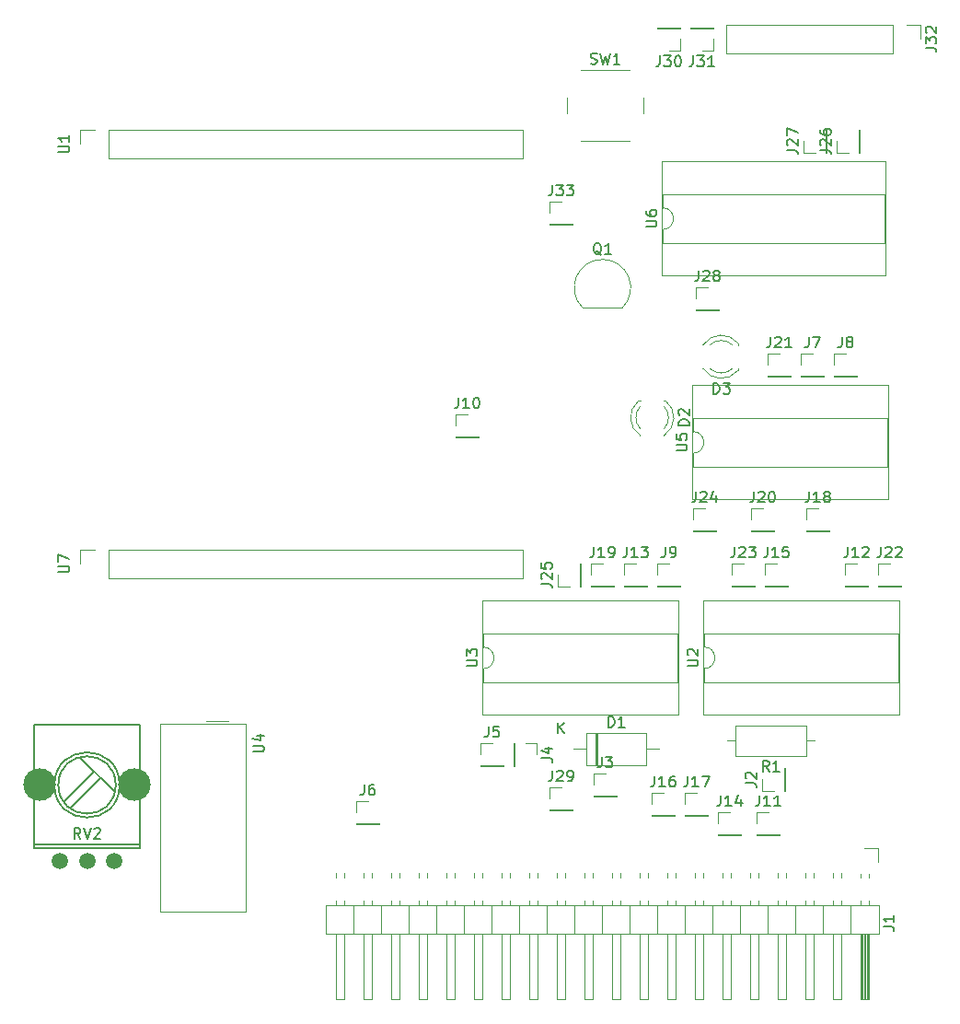
<source format=gbr>
%TF.GenerationSoftware,KiCad,Pcbnew,7.0.10-7.0.10~ubuntu20.04.1*%
%TF.CreationDate,2024-01-09T21:32:10+01:00*%
%TF.ProjectId,Unicomp_LCD_Board,556e6963-6f6d-4705-9f4c-43445f426f61,rev?*%
%TF.SameCoordinates,Original*%
%TF.FileFunction,Legend,Top*%
%TF.FilePolarity,Positive*%
%FSLAX46Y46*%
G04 Gerber Fmt 4.6, Leading zero omitted, Abs format (unit mm)*
G04 Created by KiCad (PCBNEW 7.0.10-7.0.10~ubuntu20.04.1) date 2024-01-09 21:32:10*
%MOMM*%
%LPD*%
G01*
G04 APERTURE LIST*
%ADD10C,0.150000*%
%ADD11C,0.120000*%
%ADD12C,3.000000*%
%ADD13C,1.500000*%
G04 APERTURE END LIST*
D10*
X76440819Y-73405904D02*
X77250342Y-73405904D01*
X77250342Y-73405904D02*
X77345580Y-73358285D01*
X77345580Y-73358285D02*
X77393200Y-73310666D01*
X77393200Y-73310666D02*
X77440819Y-73215428D01*
X77440819Y-73215428D02*
X77440819Y-73024952D01*
X77440819Y-73024952D02*
X77393200Y-72929714D01*
X77393200Y-72929714D02*
X77345580Y-72882095D01*
X77345580Y-72882095D02*
X77250342Y-72834476D01*
X77250342Y-72834476D02*
X76440819Y-72834476D01*
X76440819Y-72453523D02*
X76440819Y-71786857D01*
X76440819Y-71786857D02*
X77440819Y-72215428D01*
X132254666Y-71054819D02*
X132254666Y-71769104D01*
X132254666Y-71769104D02*
X132207047Y-71911961D01*
X132207047Y-71911961D02*
X132111809Y-72007200D01*
X132111809Y-72007200D02*
X131968952Y-72054819D01*
X131968952Y-72054819D02*
X131873714Y-72054819D01*
X132778476Y-72054819D02*
X132968952Y-72054819D01*
X132968952Y-72054819D02*
X133064190Y-72007200D01*
X133064190Y-72007200D02*
X133111809Y-71959580D01*
X133111809Y-71959580D02*
X133207047Y-71816723D01*
X133207047Y-71816723D02*
X133254666Y-71626247D01*
X133254666Y-71626247D02*
X133254666Y-71245295D01*
X133254666Y-71245295D02*
X133207047Y-71150057D01*
X133207047Y-71150057D02*
X133159428Y-71102438D01*
X133159428Y-71102438D02*
X133064190Y-71054819D01*
X133064190Y-71054819D02*
X132873714Y-71054819D01*
X132873714Y-71054819D02*
X132778476Y-71102438D01*
X132778476Y-71102438D02*
X132730857Y-71150057D01*
X132730857Y-71150057D02*
X132683238Y-71245295D01*
X132683238Y-71245295D02*
X132683238Y-71483390D01*
X132683238Y-71483390D02*
X132730857Y-71578628D01*
X132730857Y-71578628D02*
X132778476Y-71626247D01*
X132778476Y-71626247D02*
X132873714Y-71673866D01*
X132873714Y-71673866D02*
X133064190Y-71673866D01*
X133064190Y-71673866D02*
X133159428Y-71626247D01*
X133159428Y-71626247D02*
X133207047Y-71578628D01*
X133207047Y-71578628D02*
X133254666Y-71483390D01*
X131778476Y-25898819D02*
X131778476Y-26613104D01*
X131778476Y-26613104D02*
X131730857Y-26755961D01*
X131730857Y-26755961D02*
X131635619Y-26851200D01*
X131635619Y-26851200D02*
X131492762Y-26898819D01*
X131492762Y-26898819D02*
X131397524Y-26898819D01*
X132159429Y-25898819D02*
X132778476Y-25898819D01*
X132778476Y-25898819D02*
X132445143Y-26279771D01*
X132445143Y-26279771D02*
X132588000Y-26279771D01*
X132588000Y-26279771D02*
X132683238Y-26327390D01*
X132683238Y-26327390D02*
X132730857Y-26375009D01*
X132730857Y-26375009D02*
X132778476Y-26470247D01*
X132778476Y-26470247D02*
X132778476Y-26708342D01*
X132778476Y-26708342D02*
X132730857Y-26803580D01*
X132730857Y-26803580D02*
X132683238Y-26851200D01*
X132683238Y-26851200D02*
X132588000Y-26898819D01*
X132588000Y-26898819D02*
X132302286Y-26898819D01*
X132302286Y-26898819D02*
X132207048Y-26851200D01*
X132207048Y-26851200D02*
X132159429Y-26803580D01*
X133397524Y-25898819D02*
X133492762Y-25898819D01*
X133492762Y-25898819D02*
X133588000Y-25946438D01*
X133588000Y-25946438D02*
X133635619Y-25994057D01*
X133635619Y-25994057D02*
X133683238Y-26089295D01*
X133683238Y-26089295D02*
X133730857Y-26279771D01*
X133730857Y-26279771D02*
X133730857Y-26517866D01*
X133730857Y-26517866D02*
X133683238Y-26708342D01*
X133683238Y-26708342D02*
X133635619Y-26803580D01*
X133635619Y-26803580D02*
X133588000Y-26851200D01*
X133588000Y-26851200D02*
X133492762Y-26898819D01*
X133492762Y-26898819D02*
X133397524Y-26898819D01*
X133397524Y-26898819D02*
X133302286Y-26851200D01*
X133302286Y-26851200D02*
X133254667Y-26803580D01*
X133254667Y-26803580D02*
X133207048Y-26708342D01*
X133207048Y-26708342D02*
X133159429Y-26517866D01*
X133159429Y-26517866D02*
X133159429Y-26279771D01*
X133159429Y-26279771D02*
X133207048Y-26089295D01*
X133207048Y-26089295D02*
X133254667Y-25994057D01*
X133254667Y-25994057D02*
X133302286Y-25946438D01*
X133302286Y-25946438D02*
X133397524Y-25898819D01*
X139634819Y-92789333D02*
X140349104Y-92789333D01*
X140349104Y-92789333D02*
X140491961Y-92836952D01*
X140491961Y-92836952D02*
X140587200Y-92932190D01*
X140587200Y-92932190D02*
X140634819Y-93075047D01*
X140634819Y-93075047D02*
X140634819Y-93170285D01*
X139730057Y-92360761D02*
X139682438Y-92313142D01*
X139682438Y-92313142D02*
X139634819Y-92217904D01*
X139634819Y-92217904D02*
X139634819Y-91979809D01*
X139634819Y-91979809D02*
X139682438Y-91884571D01*
X139682438Y-91884571D02*
X139730057Y-91836952D01*
X139730057Y-91836952D02*
X139825295Y-91789333D01*
X139825295Y-91789333D02*
X139920533Y-91789333D01*
X139920533Y-91789333D02*
X140063390Y-91836952D01*
X140063390Y-91836952D02*
X140634819Y-92408380D01*
X140634819Y-92408380D02*
X140634819Y-91789333D01*
X137366476Y-93914819D02*
X137366476Y-94629104D01*
X137366476Y-94629104D02*
X137318857Y-94771961D01*
X137318857Y-94771961D02*
X137223619Y-94867200D01*
X137223619Y-94867200D02*
X137080762Y-94914819D01*
X137080762Y-94914819D02*
X136985524Y-94914819D01*
X138366476Y-94914819D02*
X137795048Y-94914819D01*
X138080762Y-94914819D02*
X138080762Y-93914819D01*
X138080762Y-93914819D02*
X137985524Y-94057676D01*
X137985524Y-94057676D02*
X137890286Y-94152914D01*
X137890286Y-94152914D02*
X137795048Y-94200533D01*
X139223619Y-94248152D02*
X139223619Y-94914819D01*
X138985524Y-93867200D02*
X138747429Y-94581485D01*
X138747429Y-94581485D02*
X139366476Y-94581485D01*
X149050476Y-71054819D02*
X149050476Y-71769104D01*
X149050476Y-71769104D02*
X149002857Y-71911961D01*
X149002857Y-71911961D02*
X148907619Y-72007200D01*
X148907619Y-72007200D02*
X148764762Y-72054819D01*
X148764762Y-72054819D02*
X148669524Y-72054819D01*
X150050476Y-72054819D02*
X149479048Y-72054819D01*
X149764762Y-72054819D02*
X149764762Y-71054819D01*
X149764762Y-71054819D02*
X149669524Y-71197676D01*
X149669524Y-71197676D02*
X149574286Y-71292914D01*
X149574286Y-71292914D02*
X149479048Y-71340533D01*
X150431429Y-71150057D02*
X150479048Y-71102438D01*
X150479048Y-71102438D02*
X150574286Y-71054819D01*
X150574286Y-71054819D02*
X150812381Y-71054819D01*
X150812381Y-71054819D02*
X150907619Y-71102438D01*
X150907619Y-71102438D02*
X150955238Y-71150057D01*
X150955238Y-71150057D02*
X151002857Y-71245295D01*
X151002857Y-71245295D02*
X151002857Y-71340533D01*
X151002857Y-71340533D02*
X150955238Y-71483390D01*
X150955238Y-71483390D02*
X150383810Y-72054819D01*
X150383810Y-72054819D02*
X151002857Y-72054819D01*
X131270476Y-92136819D02*
X131270476Y-92851104D01*
X131270476Y-92851104D02*
X131222857Y-92993961D01*
X131222857Y-92993961D02*
X131127619Y-93089200D01*
X131127619Y-93089200D02*
X130984762Y-93136819D01*
X130984762Y-93136819D02*
X130889524Y-93136819D01*
X132270476Y-93136819D02*
X131699048Y-93136819D01*
X131984762Y-93136819D02*
X131984762Y-92136819D01*
X131984762Y-92136819D02*
X131889524Y-92279676D01*
X131889524Y-92279676D02*
X131794286Y-92374914D01*
X131794286Y-92374914D02*
X131699048Y-92422533D01*
X133127619Y-92136819D02*
X132937143Y-92136819D01*
X132937143Y-92136819D02*
X132841905Y-92184438D01*
X132841905Y-92184438D02*
X132794286Y-92232057D01*
X132794286Y-92232057D02*
X132699048Y-92374914D01*
X132699048Y-92374914D02*
X132651429Y-92565390D01*
X132651429Y-92565390D02*
X132651429Y-92946342D01*
X132651429Y-92946342D02*
X132699048Y-93041580D01*
X132699048Y-93041580D02*
X132746667Y-93089200D01*
X132746667Y-93089200D02*
X132841905Y-93136819D01*
X132841905Y-93136819D02*
X133032381Y-93136819D01*
X133032381Y-93136819D02*
X133127619Y-93089200D01*
X133127619Y-93089200D02*
X133175238Y-93041580D01*
X133175238Y-93041580D02*
X133222857Y-92946342D01*
X133222857Y-92946342D02*
X133222857Y-92708247D01*
X133222857Y-92708247D02*
X133175238Y-92613009D01*
X133175238Y-92613009D02*
X133127619Y-92565390D01*
X133127619Y-92565390D02*
X133032381Y-92517771D01*
X133032381Y-92517771D02*
X132841905Y-92517771D01*
X132841905Y-92517771D02*
X132746667Y-92565390D01*
X132746667Y-92565390D02*
X132699048Y-92613009D01*
X132699048Y-92613009D02*
X132651429Y-92708247D01*
X135334476Y-45654819D02*
X135334476Y-46369104D01*
X135334476Y-46369104D02*
X135286857Y-46511961D01*
X135286857Y-46511961D02*
X135191619Y-46607200D01*
X135191619Y-46607200D02*
X135048762Y-46654819D01*
X135048762Y-46654819D02*
X134953524Y-46654819D01*
X135763048Y-45750057D02*
X135810667Y-45702438D01*
X135810667Y-45702438D02*
X135905905Y-45654819D01*
X135905905Y-45654819D02*
X136144000Y-45654819D01*
X136144000Y-45654819D02*
X136239238Y-45702438D01*
X136239238Y-45702438D02*
X136286857Y-45750057D01*
X136286857Y-45750057D02*
X136334476Y-45845295D01*
X136334476Y-45845295D02*
X136334476Y-45940533D01*
X136334476Y-45940533D02*
X136286857Y-46083390D01*
X136286857Y-46083390D02*
X135715429Y-46654819D01*
X135715429Y-46654819D02*
X136334476Y-46654819D01*
X136905905Y-46083390D02*
X136810667Y-46035771D01*
X136810667Y-46035771D02*
X136763048Y-45988152D01*
X136763048Y-45988152D02*
X136715429Y-45892914D01*
X136715429Y-45892914D02*
X136715429Y-45845295D01*
X136715429Y-45845295D02*
X136763048Y-45750057D01*
X136763048Y-45750057D02*
X136810667Y-45702438D01*
X136810667Y-45702438D02*
X136905905Y-45654819D01*
X136905905Y-45654819D02*
X137096381Y-45654819D01*
X137096381Y-45654819D02*
X137191619Y-45702438D01*
X137191619Y-45702438D02*
X137239238Y-45750057D01*
X137239238Y-45750057D02*
X137286857Y-45845295D01*
X137286857Y-45845295D02*
X137286857Y-45892914D01*
X137286857Y-45892914D02*
X137239238Y-45988152D01*
X137239238Y-45988152D02*
X137191619Y-46035771D01*
X137191619Y-46035771D02*
X137096381Y-46083390D01*
X137096381Y-46083390D02*
X136905905Y-46083390D01*
X136905905Y-46083390D02*
X136810667Y-46131009D01*
X136810667Y-46131009D02*
X136763048Y-46178628D01*
X136763048Y-46178628D02*
X136715429Y-46273866D01*
X136715429Y-46273866D02*
X136715429Y-46464342D01*
X136715429Y-46464342D02*
X136763048Y-46559580D01*
X136763048Y-46559580D02*
X136810667Y-46607200D01*
X136810667Y-46607200D02*
X136905905Y-46654819D01*
X136905905Y-46654819D02*
X137096381Y-46654819D01*
X137096381Y-46654819D02*
X137191619Y-46607200D01*
X137191619Y-46607200D02*
X137239238Y-46559580D01*
X137239238Y-46559580D02*
X137286857Y-46464342D01*
X137286857Y-46464342D02*
X137286857Y-46273866D01*
X137286857Y-46273866D02*
X137239238Y-46178628D01*
X137239238Y-46178628D02*
X137191619Y-46131009D01*
X137191619Y-46131009D02*
X137096381Y-46083390D01*
X141819333Y-91724819D02*
X141486000Y-91248628D01*
X141247905Y-91724819D02*
X141247905Y-90724819D01*
X141247905Y-90724819D02*
X141628857Y-90724819D01*
X141628857Y-90724819D02*
X141724095Y-90772438D01*
X141724095Y-90772438D02*
X141771714Y-90820057D01*
X141771714Y-90820057D02*
X141819333Y-90915295D01*
X141819333Y-90915295D02*
X141819333Y-91058152D01*
X141819333Y-91058152D02*
X141771714Y-91153390D01*
X141771714Y-91153390D02*
X141724095Y-91201009D01*
X141724095Y-91201009D02*
X141628857Y-91248628D01*
X141628857Y-91248628D02*
X141247905Y-91248628D01*
X142771714Y-91724819D02*
X142200286Y-91724819D01*
X142486000Y-91724819D02*
X142486000Y-90724819D01*
X142486000Y-90724819D02*
X142390762Y-90867676D01*
X142390762Y-90867676D02*
X142295524Y-90962914D01*
X142295524Y-90962914D02*
X142200286Y-91010533D01*
X138636476Y-71054819D02*
X138636476Y-71769104D01*
X138636476Y-71769104D02*
X138588857Y-71911961D01*
X138588857Y-71911961D02*
X138493619Y-72007200D01*
X138493619Y-72007200D02*
X138350762Y-72054819D01*
X138350762Y-72054819D02*
X138255524Y-72054819D01*
X139065048Y-71150057D02*
X139112667Y-71102438D01*
X139112667Y-71102438D02*
X139207905Y-71054819D01*
X139207905Y-71054819D02*
X139446000Y-71054819D01*
X139446000Y-71054819D02*
X139541238Y-71102438D01*
X139541238Y-71102438D02*
X139588857Y-71150057D01*
X139588857Y-71150057D02*
X139636476Y-71245295D01*
X139636476Y-71245295D02*
X139636476Y-71340533D01*
X139636476Y-71340533D02*
X139588857Y-71483390D01*
X139588857Y-71483390D02*
X139017429Y-72054819D01*
X139017429Y-72054819D02*
X139636476Y-72054819D01*
X139969810Y-71054819D02*
X140588857Y-71054819D01*
X140588857Y-71054819D02*
X140255524Y-71435771D01*
X140255524Y-71435771D02*
X140398381Y-71435771D01*
X140398381Y-71435771D02*
X140493619Y-71483390D01*
X140493619Y-71483390D02*
X140541238Y-71531009D01*
X140541238Y-71531009D02*
X140588857Y-71626247D01*
X140588857Y-71626247D02*
X140588857Y-71864342D01*
X140588857Y-71864342D02*
X140541238Y-71959580D01*
X140541238Y-71959580D02*
X140493619Y-72007200D01*
X140493619Y-72007200D02*
X140398381Y-72054819D01*
X140398381Y-72054819D02*
X140112667Y-72054819D01*
X140112667Y-72054819D02*
X140017429Y-72007200D01*
X140017429Y-72007200D02*
X139969810Y-71959580D01*
X134826476Y-25898819D02*
X134826476Y-26613104D01*
X134826476Y-26613104D02*
X134778857Y-26755961D01*
X134778857Y-26755961D02*
X134683619Y-26851200D01*
X134683619Y-26851200D02*
X134540762Y-26898819D01*
X134540762Y-26898819D02*
X134445524Y-26898819D01*
X135207429Y-25898819D02*
X135826476Y-25898819D01*
X135826476Y-25898819D02*
X135493143Y-26279771D01*
X135493143Y-26279771D02*
X135636000Y-26279771D01*
X135636000Y-26279771D02*
X135731238Y-26327390D01*
X135731238Y-26327390D02*
X135778857Y-26375009D01*
X135778857Y-26375009D02*
X135826476Y-26470247D01*
X135826476Y-26470247D02*
X135826476Y-26708342D01*
X135826476Y-26708342D02*
X135778857Y-26803580D01*
X135778857Y-26803580D02*
X135731238Y-26851200D01*
X135731238Y-26851200D02*
X135636000Y-26898819D01*
X135636000Y-26898819D02*
X135350286Y-26898819D01*
X135350286Y-26898819D02*
X135255048Y-26851200D01*
X135255048Y-26851200D02*
X135207429Y-26803580D01*
X136778857Y-26898819D02*
X136207429Y-26898819D01*
X136493143Y-26898819D02*
X136493143Y-25898819D01*
X136493143Y-25898819D02*
X136397905Y-26041676D01*
X136397905Y-26041676D02*
X136302667Y-26136914D01*
X136302667Y-26136914D02*
X136207429Y-26184533D01*
X152324819Y-105988333D02*
X153039104Y-105988333D01*
X153039104Y-105988333D02*
X153181961Y-106035952D01*
X153181961Y-106035952D02*
X153277200Y-106131190D01*
X153277200Y-106131190D02*
X153324819Y-106274047D01*
X153324819Y-106274047D02*
X153324819Y-106369285D01*
X153324819Y-104988333D02*
X153324819Y-105559761D01*
X153324819Y-105274047D02*
X152324819Y-105274047D01*
X152324819Y-105274047D02*
X152467676Y-105369285D01*
X152467676Y-105369285D02*
X152562914Y-105464523D01*
X152562914Y-105464523D02*
X152610533Y-105559761D01*
X145462666Y-51750819D02*
X145462666Y-52465104D01*
X145462666Y-52465104D02*
X145415047Y-52607961D01*
X145415047Y-52607961D02*
X145319809Y-52703200D01*
X145319809Y-52703200D02*
X145176952Y-52750819D01*
X145176952Y-52750819D02*
X145081714Y-52750819D01*
X145843619Y-51750819D02*
X146510285Y-51750819D01*
X146510285Y-51750819D02*
X146081714Y-52750819D01*
X126412666Y-90358819D02*
X126412666Y-91073104D01*
X126412666Y-91073104D02*
X126365047Y-91215961D01*
X126365047Y-91215961D02*
X126269809Y-91311200D01*
X126269809Y-91311200D02*
X126126952Y-91358819D01*
X126126952Y-91358819D02*
X126031714Y-91358819D01*
X126793619Y-90358819D02*
X127412666Y-90358819D01*
X127412666Y-90358819D02*
X127079333Y-90739771D01*
X127079333Y-90739771D02*
X127222190Y-90739771D01*
X127222190Y-90739771D02*
X127317428Y-90787390D01*
X127317428Y-90787390D02*
X127365047Y-90835009D01*
X127365047Y-90835009D02*
X127412666Y-90930247D01*
X127412666Y-90930247D02*
X127412666Y-91168342D01*
X127412666Y-91168342D02*
X127365047Y-91263580D01*
X127365047Y-91263580D02*
X127317428Y-91311200D01*
X127317428Y-91311200D02*
X127222190Y-91358819D01*
X127222190Y-91358819D02*
X126936476Y-91358819D01*
X126936476Y-91358819D02*
X126841238Y-91311200D01*
X126841238Y-91311200D02*
X126793619Y-91263580D01*
X113964819Y-82041904D02*
X114774342Y-82041904D01*
X114774342Y-82041904D02*
X114869580Y-81994285D01*
X114869580Y-81994285D02*
X114917200Y-81946666D01*
X114917200Y-81946666D02*
X114964819Y-81851428D01*
X114964819Y-81851428D02*
X114964819Y-81660952D01*
X114964819Y-81660952D02*
X114917200Y-81565714D01*
X114917200Y-81565714D02*
X114869580Y-81518095D01*
X114869580Y-81518095D02*
X114774342Y-81470476D01*
X114774342Y-81470476D02*
X113964819Y-81470476D01*
X113964819Y-81089523D02*
X113964819Y-80470476D01*
X113964819Y-80470476D02*
X114345771Y-80803809D01*
X114345771Y-80803809D02*
X114345771Y-80660952D01*
X114345771Y-80660952D02*
X114393390Y-80565714D01*
X114393390Y-80565714D02*
X114441009Y-80518095D01*
X114441009Y-80518095D02*
X114536247Y-80470476D01*
X114536247Y-80470476D02*
X114774342Y-80470476D01*
X114774342Y-80470476D02*
X114869580Y-80518095D01*
X114869580Y-80518095D02*
X114917200Y-80565714D01*
X114917200Y-80565714D02*
X114964819Y-80660952D01*
X114964819Y-80660952D02*
X114964819Y-80946666D01*
X114964819Y-80946666D02*
X114917200Y-81041904D01*
X114917200Y-81041904D02*
X114869580Y-81089523D01*
X134279819Y-82031904D02*
X135089342Y-82031904D01*
X135089342Y-82031904D02*
X135184580Y-81984285D01*
X135184580Y-81984285D02*
X135232200Y-81936666D01*
X135232200Y-81936666D02*
X135279819Y-81841428D01*
X135279819Y-81841428D02*
X135279819Y-81650952D01*
X135279819Y-81650952D02*
X135232200Y-81555714D01*
X135232200Y-81555714D02*
X135184580Y-81508095D01*
X135184580Y-81508095D02*
X135089342Y-81460476D01*
X135089342Y-81460476D02*
X134279819Y-81460476D01*
X134375057Y-81031904D02*
X134327438Y-80984285D01*
X134327438Y-80984285D02*
X134279819Y-80889047D01*
X134279819Y-80889047D02*
X134279819Y-80650952D01*
X134279819Y-80650952D02*
X134327438Y-80555714D01*
X134327438Y-80555714D02*
X134375057Y-80508095D01*
X134375057Y-80508095D02*
X134470295Y-80460476D01*
X134470295Y-80460476D02*
X134565533Y-80460476D01*
X134565533Y-80460476D02*
X134708390Y-80508095D01*
X134708390Y-80508095D02*
X135279819Y-81079523D01*
X135279819Y-81079523D02*
X135279819Y-80460476D01*
X120838819Y-74469523D02*
X121553104Y-74469523D01*
X121553104Y-74469523D02*
X121695961Y-74517142D01*
X121695961Y-74517142D02*
X121791200Y-74612380D01*
X121791200Y-74612380D02*
X121838819Y-74755237D01*
X121838819Y-74755237D02*
X121838819Y-74850475D01*
X120934057Y-74040951D02*
X120886438Y-73993332D01*
X120886438Y-73993332D02*
X120838819Y-73898094D01*
X120838819Y-73898094D02*
X120838819Y-73659999D01*
X120838819Y-73659999D02*
X120886438Y-73564761D01*
X120886438Y-73564761D02*
X120934057Y-73517142D01*
X120934057Y-73517142D02*
X121029295Y-73469523D01*
X121029295Y-73469523D02*
X121124533Y-73469523D01*
X121124533Y-73469523D02*
X121267390Y-73517142D01*
X121267390Y-73517142D02*
X121838819Y-74088570D01*
X121838819Y-74088570D02*
X121838819Y-73469523D01*
X120838819Y-72564761D02*
X120838819Y-73040951D01*
X120838819Y-73040951D02*
X121315009Y-73088570D01*
X121315009Y-73088570D02*
X121267390Y-73040951D01*
X121267390Y-73040951D02*
X121219771Y-72945713D01*
X121219771Y-72945713D02*
X121219771Y-72707618D01*
X121219771Y-72707618D02*
X121267390Y-72612380D01*
X121267390Y-72612380D02*
X121315009Y-72564761D01*
X121315009Y-72564761D02*
X121410247Y-72517142D01*
X121410247Y-72517142D02*
X121648342Y-72517142D01*
X121648342Y-72517142D02*
X121743580Y-72564761D01*
X121743580Y-72564761D02*
X121791200Y-72612380D01*
X121791200Y-72612380D02*
X121838819Y-72707618D01*
X121838819Y-72707618D02*
X121838819Y-72945713D01*
X121838819Y-72945713D02*
X121791200Y-73040951D01*
X121791200Y-73040951D02*
X121743580Y-73088570D01*
X141938476Y-51750819D02*
X141938476Y-52465104D01*
X141938476Y-52465104D02*
X141890857Y-52607961D01*
X141890857Y-52607961D02*
X141795619Y-52703200D01*
X141795619Y-52703200D02*
X141652762Y-52750819D01*
X141652762Y-52750819D02*
X141557524Y-52750819D01*
X142367048Y-51846057D02*
X142414667Y-51798438D01*
X142414667Y-51798438D02*
X142509905Y-51750819D01*
X142509905Y-51750819D02*
X142748000Y-51750819D01*
X142748000Y-51750819D02*
X142843238Y-51798438D01*
X142843238Y-51798438D02*
X142890857Y-51846057D01*
X142890857Y-51846057D02*
X142938476Y-51941295D01*
X142938476Y-51941295D02*
X142938476Y-52036533D01*
X142938476Y-52036533D02*
X142890857Y-52179390D01*
X142890857Y-52179390D02*
X142319429Y-52750819D01*
X142319429Y-52750819D02*
X142938476Y-52750819D01*
X143890857Y-52750819D02*
X143319429Y-52750819D01*
X143605143Y-52750819D02*
X143605143Y-51750819D01*
X143605143Y-51750819D02*
X143509905Y-51893676D01*
X143509905Y-51893676D02*
X143414667Y-51988914D01*
X143414667Y-51988914D02*
X143319429Y-52036533D01*
X134478819Y-59920094D02*
X133478819Y-59920094D01*
X133478819Y-59920094D02*
X133478819Y-59681999D01*
X133478819Y-59681999D02*
X133526438Y-59539142D01*
X133526438Y-59539142D02*
X133621676Y-59443904D01*
X133621676Y-59443904D02*
X133716914Y-59396285D01*
X133716914Y-59396285D02*
X133907390Y-59348666D01*
X133907390Y-59348666D02*
X134050247Y-59348666D01*
X134050247Y-59348666D02*
X134240723Y-59396285D01*
X134240723Y-59396285D02*
X134335961Y-59443904D01*
X134335961Y-59443904D02*
X134431200Y-59539142D01*
X134431200Y-59539142D02*
X134478819Y-59681999D01*
X134478819Y-59681999D02*
X134478819Y-59920094D01*
X133574057Y-58967713D02*
X133526438Y-58920094D01*
X133526438Y-58920094D02*
X133478819Y-58824856D01*
X133478819Y-58824856D02*
X133478819Y-58586761D01*
X133478819Y-58586761D02*
X133526438Y-58491523D01*
X133526438Y-58491523D02*
X133574057Y-58443904D01*
X133574057Y-58443904D02*
X133669295Y-58396285D01*
X133669295Y-58396285D02*
X133764533Y-58396285D01*
X133764533Y-58396285D02*
X133907390Y-58443904D01*
X133907390Y-58443904D02*
X134478819Y-59015332D01*
X134478819Y-59015332D02*
X134478819Y-58396285D01*
X94357069Y-89907654D02*
X95166592Y-89907654D01*
X95166592Y-89907654D02*
X95261830Y-89860035D01*
X95261830Y-89860035D02*
X95309450Y-89812416D01*
X95309450Y-89812416D02*
X95357069Y-89717178D01*
X95357069Y-89717178D02*
X95357069Y-89526702D01*
X95357069Y-89526702D02*
X95309450Y-89431464D01*
X95309450Y-89431464D02*
X95261830Y-89383845D01*
X95261830Y-89383845D02*
X95166592Y-89336226D01*
X95166592Y-89336226D02*
X94357069Y-89336226D01*
X94690402Y-88431464D02*
X95357069Y-88431464D01*
X94309450Y-88669559D02*
X95023735Y-88907654D01*
X95023735Y-88907654D02*
X95023735Y-88288607D01*
X135080476Y-65974819D02*
X135080476Y-66689104D01*
X135080476Y-66689104D02*
X135032857Y-66831961D01*
X135032857Y-66831961D02*
X134937619Y-66927200D01*
X134937619Y-66927200D02*
X134794762Y-66974819D01*
X134794762Y-66974819D02*
X134699524Y-66974819D01*
X135509048Y-66070057D02*
X135556667Y-66022438D01*
X135556667Y-66022438D02*
X135651905Y-65974819D01*
X135651905Y-65974819D02*
X135890000Y-65974819D01*
X135890000Y-65974819D02*
X135985238Y-66022438D01*
X135985238Y-66022438D02*
X136032857Y-66070057D01*
X136032857Y-66070057D02*
X136080476Y-66165295D01*
X136080476Y-66165295D02*
X136080476Y-66260533D01*
X136080476Y-66260533D02*
X136032857Y-66403390D01*
X136032857Y-66403390D02*
X135461429Y-66974819D01*
X135461429Y-66974819D02*
X136080476Y-66974819D01*
X136937619Y-66308152D02*
X136937619Y-66974819D01*
X136699524Y-65927200D02*
X136461429Y-66641485D01*
X136461429Y-66641485D02*
X137080476Y-66641485D01*
X121872476Y-37780819D02*
X121872476Y-38495104D01*
X121872476Y-38495104D02*
X121824857Y-38637961D01*
X121824857Y-38637961D02*
X121729619Y-38733200D01*
X121729619Y-38733200D02*
X121586762Y-38780819D01*
X121586762Y-38780819D02*
X121491524Y-38780819D01*
X122253429Y-37780819D02*
X122872476Y-37780819D01*
X122872476Y-37780819D02*
X122539143Y-38161771D01*
X122539143Y-38161771D02*
X122682000Y-38161771D01*
X122682000Y-38161771D02*
X122777238Y-38209390D01*
X122777238Y-38209390D02*
X122824857Y-38257009D01*
X122824857Y-38257009D02*
X122872476Y-38352247D01*
X122872476Y-38352247D02*
X122872476Y-38590342D01*
X122872476Y-38590342D02*
X122824857Y-38685580D01*
X122824857Y-38685580D02*
X122777238Y-38733200D01*
X122777238Y-38733200D02*
X122682000Y-38780819D01*
X122682000Y-38780819D02*
X122396286Y-38780819D01*
X122396286Y-38780819D02*
X122301048Y-38733200D01*
X122301048Y-38733200D02*
X122253429Y-38685580D01*
X123205810Y-37780819D02*
X123824857Y-37780819D01*
X123824857Y-37780819D02*
X123491524Y-38161771D01*
X123491524Y-38161771D02*
X123634381Y-38161771D01*
X123634381Y-38161771D02*
X123729619Y-38209390D01*
X123729619Y-38209390D02*
X123777238Y-38257009D01*
X123777238Y-38257009D02*
X123824857Y-38352247D01*
X123824857Y-38352247D02*
X123824857Y-38590342D01*
X123824857Y-38590342D02*
X123777238Y-38685580D01*
X123777238Y-38685580D02*
X123729619Y-38733200D01*
X123729619Y-38733200D02*
X123634381Y-38780819D01*
X123634381Y-38780819D02*
X123348667Y-38780819D01*
X123348667Y-38780819D02*
X123253429Y-38733200D01*
X123253429Y-38733200D02*
X123205810Y-38685580D01*
X121872476Y-91628819D02*
X121872476Y-92343104D01*
X121872476Y-92343104D02*
X121824857Y-92485961D01*
X121824857Y-92485961D02*
X121729619Y-92581200D01*
X121729619Y-92581200D02*
X121586762Y-92628819D01*
X121586762Y-92628819D02*
X121491524Y-92628819D01*
X122301048Y-91724057D02*
X122348667Y-91676438D01*
X122348667Y-91676438D02*
X122443905Y-91628819D01*
X122443905Y-91628819D02*
X122682000Y-91628819D01*
X122682000Y-91628819D02*
X122777238Y-91676438D01*
X122777238Y-91676438D02*
X122824857Y-91724057D01*
X122824857Y-91724057D02*
X122872476Y-91819295D01*
X122872476Y-91819295D02*
X122872476Y-91914533D01*
X122872476Y-91914533D02*
X122824857Y-92057390D01*
X122824857Y-92057390D02*
X122253429Y-92628819D01*
X122253429Y-92628819D02*
X122872476Y-92628819D01*
X123348667Y-92628819D02*
X123539143Y-92628819D01*
X123539143Y-92628819D02*
X123634381Y-92581200D01*
X123634381Y-92581200D02*
X123682000Y-92533580D01*
X123682000Y-92533580D02*
X123777238Y-92390723D01*
X123777238Y-92390723D02*
X123824857Y-92200247D01*
X123824857Y-92200247D02*
X123824857Y-91819295D01*
X123824857Y-91819295D02*
X123777238Y-91724057D01*
X123777238Y-91724057D02*
X123729619Y-91676438D01*
X123729619Y-91676438D02*
X123634381Y-91628819D01*
X123634381Y-91628819D02*
X123443905Y-91628819D01*
X123443905Y-91628819D02*
X123348667Y-91676438D01*
X123348667Y-91676438D02*
X123301048Y-91724057D01*
X123301048Y-91724057D02*
X123253429Y-91819295D01*
X123253429Y-91819295D02*
X123253429Y-92057390D01*
X123253429Y-92057390D02*
X123301048Y-92152628D01*
X123301048Y-92152628D02*
X123348667Y-92200247D01*
X123348667Y-92200247D02*
X123443905Y-92247866D01*
X123443905Y-92247866D02*
X123634381Y-92247866D01*
X123634381Y-92247866D02*
X123729619Y-92200247D01*
X123729619Y-92200247D02*
X123777238Y-92152628D01*
X123777238Y-92152628D02*
X123824857Y-92057390D01*
X104568666Y-92898819D02*
X104568666Y-93613104D01*
X104568666Y-93613104D02*
X104521047Y-93755961D01*
X104521047Y-93755961D02*
X104425809Y-93851200D01*
X104425809Y-93851200D02*
X104282952Y-93898819D01*
X104282952Y-93898819D02*
X104187714Y-93898819D01*
X105473428Y-92898819D02*
X105282952Y-92898819D01*
X105282952Y-92898819D02*
X105187714Y-92946438D01*
X105187714Y-92946438D02*
X105140095Y-92994057D01*
X105140095Y-92994057D02*
X105044857Y-93136914D01*
X105044857Y-93136914D02*
X104997238Y-93327390D01*
X104997238Y-93327390D02*
X104997238Y-93708342D01*
X104997238Y-93708342D02*
X105044857Y-93803580D01*
X105044857Y-93803580D02*
X105092476Y-93851200D01*
X105092476Y-93851200D02*
X105187714Y-93898819D01*
X105187714Y-93898819D02*
X105378190Y-93898819D01*
X105378190Y-93898819D02*
X105473428Y-93851200D01*
X105473428Y-93851200D02*
X105521047Y-93803580D01*
X105521047Y-93803580D02*
X105568666Y-93708342D01*
X105568666Y-93708342D02*
X105568666Y-93470247D01*
X105568666Y-93470247D02*
X105521047Y-93375009D01*
X105521047Y-93375009D02*
X105473428Y-93327390D01*
X105473428Y-93327390D02*
X105378190Y-93279771D01*
X105378190Y-93279771D02*
X105187714Y-93279771D01*
X105187714Y-93279771D02*
X105092476Y-93327390D01*
X105092476Y-93327390D02*
X105044857Y-93375009D01*
X105044857Y-93375009D02*
X104997238Y-93470247D01*
X145494476Y-65974819D02*
X145494476Y-66689104D01*
X145494476Y-66689104D02*
X145446857Y-66831961D01*
X145446857Y-66831961D02*
X145351619Y-66927200D01*
X145351619Y-66927200D02*
X145208762Y-66974819D01*
X145208762Y-66974819D02*
X145113524Y-66974819D01*
X146494476Y-66974819D02*
X145923048Y-66974819D01*
X146208762Y-66974819D02*
X146208762Y-65974819D01*
X146208762Y-65974819D02*
X146113524Y-66117676D01*
X146113524Y-66117676D02*
X146018286Y-66212914D01*
X146018286Y-66212914D02*
X145923048Y-66260533D01*
X147065905Y-66403390D02*
X146970667Y-66355771D01*
X146970667Y-66355771D02*
X146923048Y-66308152D01*
X146923048Y-66308152D02*
X146875429Y-66212914D01*
X146875429Y-66212914D02*
X146875429Y-66165295D01*
X146875429Y-66165295D02*
X146923048Y-66070057D01*
X146923048Y-66070057D02*
X146970667Y-66022438D01*
X146970667Y-66022438D02*
X147065905Y-65974819D01*
X147065905Y-65974819D02*
X147256381Y-65974819D01*
X147256381Y-65974819D02*
X147351619Y-66022438D01*
X147351619Y-66022438D02*
X147399238Y-66070057D01*
X147399238Y-66070057D02*
X147446857Y-66165295D01*
X147446857Y-66165295D02*
X147446857Y-66212914D01*
X147446857Y-66212914D02*
X147399238Y-66308152D01*
X147399238Y-66308152D02*
X147351619Y-66355771D01*
X147351619Y-66355771D02*
X147256381Y-66403390D01*
X147256381Y-66403390D02*
X147065905Y-66403390D01*
X147065905Y-66403390D02*
X146970667Y-66451009D01*
X146970667Y-66451009D02*
X146923048Y-66498628D01*
X146923048Y-66498628D02*
X146875429Y-66593866D01*
X146875429Y-66593866D02*
X146875429Y-66784342D01*
X146875429Y-66784342D02*
X146923048Y-66879580D01*
X146923048Y-66879580D02*
X146970667Y-66927200D01*
X146970667Y-66927200D02*
X147065905Y-66974819D01*
X147065905Y-66974819D02*
X147256381Y-66974819D01*
X147256381Y-66974819D02*
X147351619Y-66927200D01*
X147351619Y-66927200D02*
X147399238Y-66879580D01*
X147399238Y-66879580D02*
X147446857Y-66784342D01*
X147446857Y-66784342D02*
X147446857Y-66593866D01*
X147446857Y-66593866D02*
X147399238Y-66498628D01*
X147399238Y-66498628D02*
X147351619Y-66451009D01*
X147351619Y-66451009D02*
X147256381Y-66403390D01*
X128730476Y-71054819D02*
X128730476Y-71769104D01*
X128730476Y-71769104D02*
X128682857Y-71911961D01*
X128682857Y-71911961D02*
X128587619Y-72007200D01*
X128587619Y-72007200D02*
X128444762Y-72054819D01*
X128444762Y-72054819D02*
X128349524Y-72054819D01*
X129730476Y-72054819D02*
X129159048Y-72054819D01*
X129444762Y-72054819D02*
X129444762Y-71054819D01*
X129444762Y-71054819D02*
X129349524Y-71197676D01*
X129349524Y-71197676D02*
X129254286Y-71292914D01*
X129254286Y-71292914D02*
X129159048Y-71340533D01*
X130063810Y-71054819D02*
X130682857Y-71054819D01*
X130682857Y-71054819D02*
X130349524Y-71435771D01*
X130349524Y-71435771D02*
X130492381Y-71435771D01*
X130492381Y-71435771D02*
X130587619Y-71483390D01*
X130587619Y-71483390D02*
X130635238Y-71531009D01*
X130635238Y-71531009D02*
X130682857Y-71626247D01*
X130682857Y-71626247D02*
X130682857Y-71864342D01*
X130682857Y-71864342D02*
X130635238Y-71959580D01*
X130635238Y-71959580D02*
X130587619Y-72007200D01*
X130587619Y-72007200D02*
X130492381Y-72054819D01*
X130492381Y-72054819D02*
X130206667Y-72054819D01*
X130206667Y-72054819D02*
X130111429Y-72007200D01*
X130111429Y-72007200D02*
X130063810Y-71959580D01*
X143444819Y-34591523D02*
X144159104Y-34591523D01*
X144159104Y-34591523D02*
X144301961Y-34639142D01*
X144301961Y-34639142D02*
X144397200Y-34734380D01*
X144397200Y-34734380D02*
X144444819Y-34877237D01*
X144444819Y-34877237D02*
X144444819Y-34972475D01*
X143540057Y-34162951D02*
X143492438Y-34115332D01*
X143492438Y-34115332D02*
X143444819Y-34020094D01*
X143444819Y-34020094D02*
X143444819Y-33781999D01*
X143444819Y-33781999D02*
X143492438Y-33686761D01*
X143492438Y-33686761D02*
X143540057Y-33639142D01*
X143540057Y-33639142D02*
X143635295Y-33591523D01*
X143635295Y-33591523D02*
X143730533Y-33591523D01*
X143730533Y-33591523D02*
X143873390Y-33639142D01*
X143873390Y-33639142D02*
X144444819Y-34210570D01*
X144444819Y-34210570D02*
X144444819Y-33591523D01*
X143444819Y-33258189D02*
X143444819Y-32591523D01*
X143444819Y-32591523D02*
X144444819Y-33020094D01*
X136675905Y-57008819D02*
X136675905Y-56008819D01*
X136675905Y-56008819D02*
X136914000Y-56008819D01*
X136914000Y-56008819D02*
X137056857Y-56056438D01*
X137056857Y-56056438D02*
X137152095Y-56151676D01*
X137152095Y-56151676D02*
X137199714Y-56246914D01*
X137199714Y-56246914D02*
X137247333Y-56437390D01*
X137247333Y-56437390D02*
X137247333Y-56580247D01*
X137247333Y-56580247D02*
X137199714Y-56770723D01*
X137199714Y-56770723D02*
X137152095Y-56865961D01*
X137152095Y-56865961D02*
X137056857Y-56961200D01*
X137056857Y-56961200D02*
X136914000Y-57008819D01*
X136914000Y-57008819D02*
X136675905Y-57008819D01*
X137580667Y-56008819D02*
X138199714Y-56008819D01*
X138199714Y-56008819D02*
X137866381Y-56389771D01*
X137866381Y-56389771D02*
X138009238Y-56389771D01*
X138009238Y-56389771D02*
X138104476Y-56437390D01*
X138104476Y-56437390D02*
X138152095Y-56485009D01*
X138152095Y-56485009D02*
X138199714Y-56580247D01*
X138199714Y-56580247D02*
X138199714Y-56818342D01*
X138199714Y-56818342D02*
X138152095Y-56913580D01*
X138152095Y-56913580D02*
X138104476Y-56961200D01*
X138104476Y-56961200D02*
X138009238Y-57008819D01*
X138009238Y-57008819D02*
X137723524Y-57008819D01*
X137723524Y-57008819D02*
X137628286Y-56961200D01*
X137628286Y-56961200D02*
X137580667Y-56913580D01*
X140414476Y-65974819D02*
X140414476Y-66689104D01*
X140414476Y-66689104D02*
X140366857Y-66831961D01*
X140366857Y-66831961D02*
X140271619Y-66927200D01*
X140271619Y-66927200D02*
X140128762Y-66974819D01*
X140128762Y-66974819D02*
X140033524Y-66974819D01*
X140843048Y-66070057D02*
X140890667Y-66022438D01*
X140890667Y-66022438D02*
X140985905Y-65974819D01*
X140985905Y-65974819D02*
X141224000Y-65974819D01*
X141224000Y-65974819D02*
X141319238Y-66022438D01*
X141319238Y-66022438D02*
X141366857Y-66070057D01*
X141366857Y-66070057D02*
X141414476Y-66165295D01*
X141414476Y-66165295D02*
X141414476Y-66260533D01*
X141414476Y-66260533D02*
X141366857Y-66403390D01*
X141366857Y-66403390D02*
X140795429Y-66974819D01*
X140795429Y-66974819D02*
X141414476Y-66974819D01*
X142033524Y-65974819D02*
X142128762Y-65974819D01*
X142128762Y-65974819D02*
X142224000Y-66022438D01*
X142224000Y-66022438D02*
X142271619Y-66070057D01*
X142271619Y-66070057D02*
X142319238Y-66165295D01*
X142319238Y-66165295D02*
X142366857Y-66355771D01*
X142366857Y-66355771D02*
X142366857Y-66593866D01*
X142366857Y-66593866D02*
X142319238Y-66784342D01*
X142319238Y-66784342D02*
X142271619Y-66879580D01*
X142271619Y-66879580D02*
X142224000Y-66927200D01*
X142224000Y-66927200D02*
X142128762Y-66974819D01*
X142128762Y-66974819D02*
X142033524Y-66974819D01*
X142033524Y-66974819D02*
X141938286Y-66927200D01*
X141938286Y-66927200D02*
X141890667Y-66879580D01*
X141890667Y-66879580D02*
X141843048Y-66784342D01*
X141843048Y-66784342D02*
X141795429Y-66593866D01*
X141795429Y-66593866D02*
X141795429Y-66355771D01*
X141795429Y-66355771D02*
X141843048Y-66165295D01*
X141843048Y-66165295D02*
X141890667Y-66070057D01*
X141890667Y-66070057D02*
X141938286Y-66022438D01*
X141938286Y-66022438D02*
X142033524Y-65974819D01*
X133268819Y-62229904D02*
X134078342Y-62229904D01*
X134078342Y-62229904D02*
X134173580Y-62182285D01*
X134173580Y-62182285D02*
X134221200Y-62134666D01*
X134221200Y-62134666D02*
X134268819Y-62039428D01*
X134268819Y-62039428D02*
X134268819Y-61848952D01*
X134268819Y-61848952D02*
X134221200Y-61753714D01*
X134221200Y-61753714D02*
X134173580Y-61706095D01*
X134173580Y-61706095D02*
X134078342Y-61658476D01*
X134078342Y-61658476D02*
X133268819Y-61658476D01*
X133268819Y-60706095D02*
X133268819Y-61182285D01*
X133268819Y-61182285D02*
X133745009Y-61229904D01*
X133745009Y-61229904D02*
X133697390Y-61182285D01*
X133697390Y-61182285D02*
X133649771Y-61087047D01*
X133649771Y-61087047D02*
X133649771Y-60848952D01*
X133649771Y-60848952D02*
X133697390Y-60753714D01*
X133697390Y-60753714D02*
X133745009Y-60706095D01*
X133745009Y-60706095D02*
X133840247Y-60658476D01*
X133840247Y-60658476D02*
X134078342Y-60658476D01*
X134078342Y-60658476D02*
X134173580Y-60706095D01*
X134173580Y-60706095D02*
X134221200Y-60753714D01*
X134221200Y-60753714D02*
X134268819Y-60848952D01*
X134268819Y-60848952D02*
X134268819Y-61087047D01*
X134268819Y-61087047D02*
X134221200Y-61182285D01*
X134221200Y-61182285D02*
X134173580Y-61229904D01*
X78480761Y-97918819D02*
X78147428Y-97442628D01*
X77909333Y-97918819D02*
X77909333Y-96918819D01*
X77909333Y-96918819D02*
X78290285Y-96918819D01*
X78290285Y-96918819D02*
X78385523Y-96966438D01*
X78385523Y-96966438D02*
X78433142Y-97014057D01*
X78433142Y-97014057D02*
X78480761Y-97109295D01*
X78480761Y-97109295D02*
X78480761Y-97252152D01*
X78480761Y-97252152D02*
X78433142Y-97347390D01*
X78433142Y-97347390D02*
X78385523Y-97395009D01*
X78385523Y-97395009D02*
X78290285Y-97442628D01*
X78290285Y-97442628D02*
X77909333Y-97442628D01*
X78766476Y-96918819D02*
X79099809Y-97918819D01*
X79099809Y-97918819D02*
X79433142Y-96918819D01*
X79718857Y-97014057D02*
X79766476Y-96966438D01*
X79766476Y-96966438D02*
X79861714Y-96918819D01*
X79861714Y-96918819D02*
X80099809Y-96918819D01*
X80099809Y-96918819D02*
X80195047Y-96966438D01*
X80195047Y-96966438D02*
X80242666Y-97014057D01*
X80242666Y-97014057D02*
X80290285Y-97109295D01*
X80290285Y-97109295D02*
X80290285Y-97204533D01*
X80290285Y-97204533D02*
X80242666Y-97347390D01*
X80242666Y-97347390D02*
X79671238Y-97918819D01*
X79671238Y-97918819D02*
X80290285Y-97918819D01*
X134318476Y-92136819D02*
X134318476Y-92851104D01*
X134318476Y-92851104D02*
X134270857Y-92993961D01*
X134270857Y-92993961D02*
X134175619Y-93089200D01*
X134175619Y-93089200D02*
X134032762Y-93136819D01*
X134032762Y-93136819D02*
X133937524Y-93136819D01*
X135318476Y-93136819D02*
X134747048Y-93136819D01*
X135032762Y-93136819D02*
X135032762Y-92136819D01*
X135032762Y-92136819D02*
X134937524Y-92279676D01*
X134937524Y-92279676D02*
X134842286Y-92374914D01*
X134842286Y-92374914D02*
X134747048Y-92422533D01*
X135651810Y-92136819D02*
X136318476Y-92136819D01*
X136318476Y-92136819D02*
X135889905Y-93136819D01*
X76440819Y-34797904D02*
X77250342Y-34797904D01*
X77250342Y-34797904D02*
X77345580Y-34750285D01*
X77345580Y-34750285D02*
X77393200Y-34702666D01*
X77393200Y-34702666D02*
X77440819Y-34607428D01*
X77440819Y-34607428D02*
X77440819Y-34416952D01*
X77440819Y-34416952D02*
X77393200Y-34321714D01*
X77393200Y-34321714D02*
X77345580Y-34274095D01*
X77345580Y-34274095D02*
X77250342Y-34226476D01*
X77250342Y-34226476D02*
X76440819Y-34226476D01*
X77440819Y-33226476D02*
X77440819Y-33797904D01*
X77440819Y-33512190D02*
X76440819Y-33512190D01*
X76440819Y-33512190D02*
X76583676Y-33607428D01*
X76583676Y-33607428D02*
X76678914Y-33702666D01*
X76678914Y-33702666D02*
X76726533Y-33797904D01*
X130474819Y-41655904D02*
X131284342Y-41655904D01*
X131284342Y-41655904D02*
X131379580Y-41608285D01*
X131379580Y-41608285D02*
X131427200Y-41560666D01*
X131427200Y-41560666D02*
X131474819Y-41465428D01*
X131474819Y-41465428D02*
X131474819Y-41274952D01*
X131474819Y-41274952D02*
X131427200Y-41179714D01*
X131427200Y-41179714D02*
X131379580Y-41132095D01*
X131379580Y-41132095D02*
X131284342Y-41084476D01*
X131284342Y-41084476D02*
X130474819Y-41084476D01*
X130474819Y-40179714D02*
X130474819Y-40370190D01*
X130474819Y-40370190D02*
X130522438Y-40465428D01*
X130522438Y-40465428D02*
X130570057Y-40513047D01*
X130570057Y-40513047D02*
X130712914Y-40608285D01*
X130712914Y-40608285D02*
X130903390Y-40655904D01*
X130903390Y-40655904D02*
X131284342Y-40655904D01*
X131284342Y-40655904D02*
X131379580Y-40608285D01*
X131379580Y-40608285D02*
X131427200Y-40560666D01*
X131427200Y-40560666D02*
X131474819Y-40465428D01*
X131474819Y-40465428D02*
X131474819Y-40274952D01*
X131474819Y-40274952D02*
X131427200Y-40179714D01*
X131427200Y-40179714D02*
X131379580Y-40132095D01*
X131379580Y-40132095D02*
X131284342Y-40084476D01*
X131284342Y-40084476D02*
X131046247Y-40084476D01*
X131046247Y-40084476D02*
X130951009Y-40132095D01*
X130951009Y-40132095D02*
X130903390Y-40179714D01*
X130903390Y-40179714D02*
X130855771Y-40274952D01*
X130855771Y-40274952D02*
X130855771Y-40465428D01*
X130855771Y-40465428D02*
X130903390Y-40560666D01*
X130903390Y-40560666D02*
X130951009Y-40608285D01*
X130951009Y-40608285D02*
X131046247Y-40655904D01*
X120894819Y-90503333D02*
X121609104Y-90503333D01*
X121609104Y-90503333D02*
X121751961Y-90550952D01*
X121751961Y-90550952D02*
X121847200Y-90646190D01*
X121847200Y-90646190D02*
X121894819Y-90789047D01*
X121894819Y-90789047D02*
X121894819Y-90884285D01*
X121228152Y-89598571D02*
X121894819Y-89598571D01*
X120847200Y-89836666D02*
X121561485Y-90074761D01*
X121561485Y-90074761D02*
X121561485Y-89455714D01*
X125412667Y-26637200D02*
X125555524Y-26684819D01*
X125555524Y-26684819D02*
X125793619Y-26684819D01*
X125793619Y-26684819D02*
X125888857Y-26637200D01*
X125888857Y-26637200D02*
X125936476Y-26589580D01*
X125936476Y-26589580D02*
X125984095Y-26494342D01*
X125984095Y-26494342D02*
X125984095Y-26399104D01*
X125984095Y-26399104D02*
X125936476Y-26303866D01*
X125936476Y-26303866D02*
X125888857Y-26256247D01*
X125888857Y-26256247D02*
X125793619Y-26208628D01*
X125793619Y-26208628D02*
X125603143Y-26161009D01*
X125603143Y-26161009D02*
X125507905Y-26113390D01*
X125507905Y-26113390D02*
X125460286Y-26065771D01*
X125460286Y-26065771D02*
X125412667Y-25970533D01*
X125412667Y-25970533D02*
X125412667Y-25875295D01*
X125412667Y-25875295D02*
X125460286Y-25780057D01*
X125460286Y-25780057D02*
X125507905Y-25732438D01*
X125507905Y-25732438D02*
X125603143Y-25684819D01*
X125603143Y-25684819D02*
X125841238Y-25684819D01*
X125841238Y-25684819D02*
X125984095Y-25732438D01*
X126317429Y-25684819D02*
X126555524Y-26684819D01*
X126555524Y-26684819D02*
X126746000Y-25970533D01*
X126746000Y-25970533D02*
X126936476Y-26684819D01*
X126936476Y-26684819D02*
X127174572Y-25684819D01*
X128079333Y-26684819D02*
X127507905Y-26684819D01*
X127793619Y-26684819D02*
X127793619Y-25684819D01*
X127793619Y-25684819D02*
X127698381Y-25827676D01*
X127698381Y-25827676D02*
X127603143Y-25922914D01*
X127603143Y-25922914D02*
X127507905Y-25970533D01*
X146492819Y-34591523D02*
X147207104Y-34591523D01*
X147207104Y-34591523D02*
X147349961Y-34639142D01*
X147349961Y-34639142D02*
X147445200Y-34734380D01*
X147445200Y-34734380D02*
X147492819Y-34877237D01*
X147492819Y-34877237D02*
X147492819Y-34972475D01*
X146588057Y-34162951D02*
X146540438Y-34115332D01*
X146540438Y-34115332D02*
X146492819Y-34020094D01*
X146492819Y-34020094D02*
X146492819Y-33781999D01*
X146492819Y-33781999D02*
X146540438Y-33686761D01*
X146540438Y-33686761D02*
X146588057Y-33639142D01*
X146588057Y-33639142D02*
X146683295Y-33591523D01*
X146683295Y-33591523D02*
X146778533Y-33591523D01*
X146778533Y-33591523D02*
X146921390Y-33639142D01*
X146921390Y-33639142D02*
X147492819Y-34210570D01*
X147492819Y-34210570D02*
X147492819Y-33591523D01*
X146492819Y-32734380D02*
X146492819Y-32924856D01*
X146492819Y-32924856D02*
X146540438Y-33020094D01*
X146540438Y-33020094D02*
X146588057Y-33067713D01*
X146588057Y-33067713D02*
X146730914Y-33162951D01*
X146730914Y-33162951D02*
X146921390Y-33210570D01*
X146921390Y-33210570D02*
X147302342Y-33210570D01*
X147302342Y-33210570D02*
X147397580Y-33162951D01*
X147397580Y-33162951D02*
X147445200Y-33115332D01*
X147445200Y-33115332D02*
X147492819Y-33020094D01*
X147492819Y-33020094D02*
X147492819Y-32829618D01*
X147492819Y-32829618D02*
X147445200Y-32734380D01*
X147445200Y-32734380D02*
X147397580Y-32686761D01*
X147397580Y-32686761D02*
X147302342Y-32639142D01*
X147302342Y-32639142D02*
X147064247Y-32639142D01*
X147064247Y-32639142D02*
X146969009Y-32686761D01*
X146969009Y-32686761D02*
X146921390Y-32734380D01*
X146921390Y-32734380D02*
X146873771Y-32829618D01*
X146873771Y-32829618D02*
X146873771Y-33020094D01*
X146873771Y-33020094D02*
X146921390Y-33115332D01*
X146921390Y-33115332D02*
X146969009Y-33162951D01*
X146969009Y-33162951D02*
X147064247Y-33210570D01*
X126396761Y-44234057D02*
X126301523Y-44186438D01*
X126301523Y-44186438D02*
X126206285Y-44091200D01*
X126206285Y-44091200D02*
X126063428Y-43948342D01*
X126063428Y-43948342D02*
X125968190Y-43900723D01*
X125968190Y-43900723D02*
X125872952Y-43900723D01*
X125920571Y-44138819D02*
X125825333Y-44091200D01*
X125825333Y-44091200D02*
X125730095Y-43995961D01*
X125730095Y-43995961D02*
X125682476Y-43805485D01*
X125682476Y-43805485D02*
X125682476Y-43472152D01*
X125682476Y-43472152D02*
X125730095Y-43281676D01*
X125730095Y-43281676D02*
X125825333Y-43186438D01*
X125825333Y-43186438D02*
X125920571Y-43138819D01*
X125920571Y-43138819D02*
X126111047Y-43138819D01*
X126111047Y-43138819D02*
X126206285Y-43186438D01*
X126206285Y-43186438D02*
X126301523Y-43281676D01*
X126301523Y-43281676D02*
X126349142Y-43472152D01*
X126349142Y-43472152D02*
X126349142Y-43805485D01*
X126349142Y-43805485D02*
X126301523Y-43995961D01*
X126301523Y-43995961D02*
X126206285Y-44091200D01*
X126206285Y-44091200D02*
X126111047Y-44138819D01*
X126111047Y-44138819D02*
X125920571Y-44138819D01*
X127301523Y-44138819D02*
X126730095Y-44138819D01*
X127015809Y-44138819D02*
X127015809Y-43138819D01*
X127015809Y-43138819D02*
X126920571Y-43281676D01*
X126920571Y-43281676D02*
X126825333Y-43376914D01*
X126825333Y-43376914D02*
X126730095Y-43424533D01*
X125682476Y-71054819D02*
X125682476Y-71769104D01*
X125682476Y-71769104D02*
X125634857Y-71911961D01*
X125634857Y-71911961D02*
X125539619Y-72007200D01*
X125539619Y-72007200D02*
X125396762Y-72054819D01*
X125396762Y-72054819D02*
X125301524Y-72054819D01*
X126682476Y-72054819D02*
X126111048Y-72054819D01*
X126396762Y-72054819D02*
X126396762Y-71054819D01*
X126396762Y-71054819D02*
X126301524Y-71197676D01*
X126301524Y-71197676D02*
X126206286Y-71292914D01*
X126206286Y-71292914D02*
X126111048Y-71340533D01*
X127158667Y-72054819D02*
X127349143Y-72054819D01*
X127349143Y-72054819D02*
X127444381Y-72007200D01*
X127444381Y-72007200D02*
X127492000Y-71959580D01*
X127492000Y-71959580D02*
X127587238Y-71816723D01*
X127587238Y-71816723D02*
X127634857Y-71626247D01*
X127634857Y-71626247D02*
X127634857Y-71245295D01*
X127634857Y-71245295D02*
X127587238Y-71150057D01*
X127587238Y-71150057D02*
X127539619Y-71102438D01*
X127539619Y-71102438D02*
X127444381Y-71054819D01*
X127444381Y-71054819D02*
X127253905Y-71054819D01*
X127253905Y-71054819D02*
X127158667Y-71102438D01*
X127158667Y-71102438D02*
X127111048Y-71150057D01*
X127111048Y-71150057D02*
X127063429Y-71245295D01*
X127063429Y-71245295D02*
X127063429Y-71483390D01*
X127063429Y-71483390D02*
X127111048Y-71578628D01*
X127111048Y-71578628D02*
X127158667Y-71626247D01*
X127158667Y-71626247D02*
X127253905Y-71673866D01*
X127253905Y-71673866D02*
X127444381Y-71673866D01*
X127444381Y-71673866D02*
X127539619Y-71626247D01*
X127539619Y-71626247D02*
X127587238Y-71578628D01*
X127587238Y-71578628D02*
X127634857Y-71483390D01*
X127023905Y-87646819D02*
X127023905Y-86646819D01*
X127023905Y-86646819D02*
X127262000Y-86646819D01*
X127262000Y-86646819D02*
X127404857Y-86694438D01*
X127404857Y-86694438D02*
X127500095Y-86789676D01*
X127500095Y-86789676D02*
X127547714Y-86884914D01*
X127547714Y-86884914D02*
X127595333Y-87075390D01*
X127595333Y-87075390D02*
X127595333Y-87218247D01*
X127595333Y-87218247D02*
X127547714Y-87408723D01*
X127547714Y-87408723D02*
X127500095Y-87503961D01*
X127500095Y-87503961D02*
X127404857Y-87599200D01*
X127404857Y-87599200D02*
X127262000Y-87646819D01*
X127262000Y-87646819D02*
X127023905Y-87646819D01*
X128547714Y-87646819D02*
X127976286Y-87646819D01*
X128262000Y-87646819D02*
X128262000Y-86646819D01*
X128262000Y-86646819D02*
X128166762Y-86789676D01*
X128166762Y-86789676D02*
X128071524Y-86884914D01*
X128071524Y-86884914D02*
X127976286Y-86932533D01*
X122420095Y-88216819D02*
X122420095Y-87216819D01*
X122991523Y-88216819D02*
X122562952Y-87645390D01*
X122991523Y-87216819D02*
X122420095Y-87788247D01*
X115998666Y-87564819D02*
X115998666Y-88279104D01*
X115998666Y-88279104D02*
X115951047Y-88421961D01*
X115951047Y-88421961D02*
X115855809Y-88517200D01*
X115855809Y-88517200D02*
X115712952Y-88564819D01*
X115712952Y-88564819D02*
X115617714Y-88564819D01*
X116951047Y-87564819D02*
X116474857Y-87564819D01*
X116474857Y-87564819D02*
X116427238Y-88041009D01*
X116427238Y-88041009D02*
X116474857Y-87993390D01*
X116474857Y-87993390D02*
X116570095Y-87945771D01*
X116570095Y-87945771D02*
X116808190Y-87945771D01*
X116808190Y-87945771D02*
X116903428Y-87993390D01*
X116903428Y-87993390D02*
X116951047Y-88041009D01*
X116951047Y-88041009D02*
X116998666Y-88136247D01*
X116998666Y-88136247D02*
X116998666Y-88374342D01*
X116998666Y-88374342D02*
X116951047Y-88469580D01*
X116951047Y-88469580D02*
X116903428Y-88517200D01*
X116903428Y-88517200D02*
X116808190Y-88564819D01*
X116808190Y-88564819D02*
X116570095Y-88564819D01*
X116570095Y-88564819D02*
X116474857Y-88517200D01*
X116474857Y-88517200D02*
X116427238Y-88469580D01*
X113236476Y-57338819D02*
X113236476Y-58053104D01*
X113236476Y-58053104D02*
X113188857Y-58195961D01*
X113188857Y-58195961D02*
X113093619Y-58291200D01*
X113093619Y-58291200D02*
X112950762Y-58338819D01*
X112950762Y-58338819D02*
X112855524Y-58338819D01*
X114236476Y-58338819D02*
X113665048Y-58338819D01*
X113950762Y-58338819D02*
X113950762Y-57338819D01*
X113950762Y-57338819D02*
X113855524Y-57481676D01*
X113855524Y-57481676D02*
X113760286Y-57576914D01*
X113760286Y-57576914D02*
X113665048Y-57624533D01*
X114855524Y-57338819D02*
X114950762Y-57338819D01*
X114950762Y-57338819D02*
X115046000Y-57386438D01*
X115046000Y-57386438D02*
X115093619Y-57434057D01*
X115093619Y-57434057D02*
X115141238Y-57529295D01*
X115141238Y-57529295D02*
X115188857Y-57719771D01*
X115188857Y-57719771D02*
X115188857Y-57957866D01*
X115188857Y-57957866D02*
X115141238Y-58148342D01*
X115141238Y-58148342D02*
X115093619Y-58243580D01*
X115093619Y-58243580D02*
X115046000Y-58291200D01*
X115046000Y-58291200D02*
X114950762Y-58338819D01*
X114950762Y-58338819D02*
X114855524Y-58338819D01*
X114855524Y-58338819D02*
X114760286Y-58291200D01*
X114760286Y-58291200D02*
X114712667Y-58243580D01*
X114712667Y-58243580D02*
X114665048Y-58148342D01*
X114665048Y-58148342D02*
X114617429Y-57957866D01*
X114617429Y-57957866D02*
X114617429Y-57719771D01*
X114617429Y-57719771D02*
X114665048Y-57529295D01*
X114665048Y-57529295D02*
X114712667Y-57434057D01*
X114712667Y-57434057D02*
X114760286Y-57386438D01*
X114760286Y-57386438D02*
X114855524Y-57338819D01*
X152098476Y-71054819D02*
X152098476Y-71769104D01*
X152098476Y-71769104D02*
X152050857Y-71911961D01*
X152050857Y-71911961D02*
X151955619Y-72007200D01*
X151955619Y-72007200D02*
X151812762Y-72054819D01*
X151812762Y-72054819D02*
X151717524Y-72054819D01*
X152527048Y-71150057D02*
X152574667Y-71102438D01*
X152574667Y-71102438D02*
X152669905Y-71054819D01*
X152669905Y-71054819D02*
X152908000Y-71054819D01*
X152908000Y-71054819D02*
X153003238Y-71102438D01*
X153003238Y-71102438D02*
X153050857Y-71150057D01*
X153050857Y-71150057D02*
X153098476Y-71245295D01*
X153098476Y-71245295D02*
X153098476Y-71340533D01*
X153098476Y-71340533D02*
X153050857Y-71483390D01*
X153050857Y-71483390D02*
X152479429Y-72054819D01*
X152479429Y-72054819D02*
X153098476Y-72054819D01*
X153479429Y-71150057D02*
X153527048Y-71102438D01*
X153527048Y-71102438D02*
X153622286Y-71054819D01*
X153622286Y-71054819D02*
X153860381Y-71054819D01*
X153860381Y-71054819D02*
X153955619Y-71102438D01*
X153955619Y-71102438D02*
X154003238Y-71150057D01*
X154003238Y-71150057D02*
X154050857Y-71245295D01*
X154050857Y-71245295D02*
X154050857Y-71340533D01*
X154050857Y-71340533D02*
X154003238Y-71483390D01*
X154003238Y-71483390D02*
X153431810Y-72054819D01*
X153431810Y-72054819D02*
X154050857Y-72054819D01*
X141684476Y-71054819D02*
X141684476Y-71769104D01*
X141684476Y-71769104D02*
X141636857Y-71911961D01*
X141636857Y-71911961D02*
X141541619Y-72007200D01*
X141541619Y-72007200D02*
X141398762Y-72054819D01*
X141398762Y-72054819D02*
X141303524Y-72054819D01*
X142684476Y-72054819D02*
X142113048Y-72054819D01*
X142398762Y-72054819D02*
X142398762Y-71054819D01*
X142398762Y-71054819D02*
X142303524Y-71197676D01*
X142303524Y-71197676D02*
X142208286Y-71292914D01*
X142208286Y-71292914D02*
X142113048Y-71340533D01*
X143589238Y-71054819D02*
X143113048Y-71054819D01*
X143113048Y-71054819D02*
X143065429Y-71531009D01*
X143065429Y-71531009D02*
X143113048Y-71483390D01*
X143113048Y-71483390D02*
X143208286Y-71435771D01*
X143208286Y-71435771D02*
X143446381Y-71435771D01*
X143446381Y-71435771D02*
X143541619Y-71483390D01*
X143541619Y-71483390D02*
X143589238Y-71531009D01*
X143589238Y-71531009D02*
X143636857Y-71626247D01*
X143636857Y-71626247D02*
X143636857Y-71864342D01*
X143636857Y-71864342D02*
X143589238Y-71959580D01*
X143589238Y-71959580D02*
X143541619Y-72007200D01*
X143541619Y-72007200D02*
X143446381Y-72054819D01*
X143446381Y-72054819D02*
X143208286Y-72054819D01*
X143208286Y-72054819D02*
X143113048Y-72007200D01*
X143113048Y-72007200D02*
X143065429Y-71959580D01*
X140922476Y-93914819D02*
X140922476Y-94629104D01*
X140922476Y-94629104D02*
X140874857Y-94771961D01*
X140874857Y-94771961D02*
X140779619Y-94867200D01*
X140779619Y-94867200D02*
X140636762Y-94914819D01*
X140636762Y-94914819D02*
X140541524Y-94914819D01*
X141922476Y-94914819D02*
X141351048Y-94914819D01*
X141636762Y-94914819D02*
X141636762Y-93914819D01*
X141636762Y-93914819D02*
X141541524Y-94057676D01*
X141541524Y-94057676D02*
X141446286Y-94152914D01*
X141446286Y-94152914D02*
X141351048Y-94200533D01*
X142874857Y-94914819D02*
X142303429Y-94914819D01*
X142589143Y-94914819D02*
X142589143Y-93914819D01*
X142589143Y-93914819D02*
X142493905Y-94057676D01*
X142493905Y-94057676D02*
X142398667Y-94152914D01*
X142398667Y-94152914D02*
X142303429Y-94200533D01*
X156216819Y-25193523D02*
X156931104Y-25193523D01*
X156931104Y-25193523D02*
X157073961Y-25241142D01*
X157073961Y-25241142D02*
X157169200Y-25336380D01*
X157169200Y-25336380D02*
X157216819Y-25479237D01*
X157216819Y-25479237D02*
X157216819Y-25574475D01*
X156216819Y-24812570D02*
X156216819Y-24193523D01*
X156216819Y-24193523D02*
X156597771Y-24526856D01*
X156597771Y-24526856D02*
X156597771Y-24383999D01*
X156597771Y-24383999D02*
X156645390Y-24288761D01*
X156645390Y-24288761D02*
X156693009Y-24241142D01*
X156693009Y-24241142D02*
X156788247Y-24193523D01*
X156788247Y-24193523D02*
X157026342Y-24193523D01*
X157026342Y-24193523D02*
X157121580Y-24241142D01*
X157121580Y-24241142D02*
X157169200Y-24288761D01*
X157169200Y-24288761D02*
X157216819Y-24383999D01*
X157216819Y-24383999D02*
X157216819Y-24669713D01*
X157216819Y-24669713D02*
X157169200Y-24764951D01*
X157169200Y-24764951D02*
X157121580Y-24812570D01*
X156312057Y-23812570D02*
X156264438Y-23764951D01*
X156264438Y-23764951D02*
X156216819Y-23669713D01*
X156216819Y-23669713D02*
X156216819Y-23431618D01*
X156216819Y-23431618D02*
X156264438Y-23336380D01*
X156264438Y-23336380D02*
X156312057Y-23288761D01*
X156312057Y-23288761D02*
X156407295Y-23241142D01*
X156407295Y-23241142D02*
X156502533Y-23241142D01*
X156502533Y-23241142D02*
X156645390Y-23288761D01*
X156645390Y-23288761D02*
X157216819Y-23860189D01*
X157216819Y-23860189D02*
X157216819Y-23241142D01*
X148510666Y-51750819D02*
X148510666Y-52465104D01*
X148510666Y-52465104D02*
X148463047Y-52607961D01*
X148463047Y-52607961D02*
X148367809Y-52703200D01*
X148367809Y-52703200D02*
X148224952Y-52750819D01*
X148224952Y-52750819D02*
X148129714Y-52750819D01*
X149129714Y-52179390D02*
X149034476Y-52131771D01*
X149034476Y-52131771D02*
X148986857Y-52084152D01*
X148986857Y-52084152D02*
X148939238Y-51988914D01*
X148939238Y-51988914D02*
X148939238Y-51941295D01*
X148939238Y-51941295D02*
X148986857Y-51846057D01*
X148986857Y-51846057D02*
X149034476Y-51798438D01*
X149034476Y-51798438D02*
X149129714Y-51750819D01*
X149129714Y-51750819D02*
X149320190Y-51750819D01*
X149320190Y-51750819D02*
X149415428Y-51798438D01*
X149415428Y-51798438D02*
X149463047Y-51846057D01*
X149463047Y-51846057D02*
X149510666Y-51941295D01*
X149510666Y-51941295D02*
X149510666Y-51988914D01*
X149510666Y-51988914D02*
X149463047Y-52084152D01*
X149463047Y-52084152D02*
X149415428Y-52131771D01*
X149415428Y-52131771D02*
X149320190Y-52179390D01*
X149320190Y-52179390D02*
X149129714Y-52179390D01*
X149129714Y-52179390D02*
X149034476Y-52227009D01*
X149034476Y-52227009D02*
X148986857Y-52274628D01*
X148986857Y-52274628D02*
X148939238Y-52369866D01*
X148939238Y-52369866D02*
X148939238Y-52560342D01*
X148939238Y-52560342D02*
X148986857Y-52655580D01*
X148986857Y-52655580D02*
X149034476Y-52703200D01*
X149034476Y-52703200D02*
X149129714Y-52750819D01*
X149129714Y-52750819D02*
X149320190Y-52750819D01*
X149320190Y-52750819D02*
X149415428Y-52703200D01*
X149415428Y-52703200D02*
X149463047Y-52655580D01*
X149463047Y-52655580D02*
X149510666Y-52560342D01*
X149510666Y-52560342D02*
X149510666Y-52369866D01*
X149510666Y-52369866D02*
X149463047Y-52274628D01*
X149463047Y-52274628D02*
X149415428Y-52227009D01*
X149415428Y-52227009D02*
X149320190Y-52179390D01*
D11*
%TO.C,U7*%
X81026000Y-73974000D02*
X119186000Y-73974000D01*
X81026000Y-73974000D02*
X81026000Y-71314000D01*
X119186000Y-73974000D02*
X119186000Y-71314000D01*
X78426000Y-72644000D02*
X78426000Y-71314000D01*
X78426000Y-71314000D02*
X79756000Y-71314000D01*
X81026000Y-71314000D02*
X119186000Y-71314000D01*
%TO.C,J9*%
X131528000Y-72600000D02*
X132588000Y-72600000D01*
X131528000Y-73660000D02*
X131528000Y-72600000D01*
X131528000Y-74660000D02*
X131528000Y-74720000D01*
X131528000Y-74660000D02*
X133648000Y-74660000D01*
X131528000Y-74720000D02*
X133648000Y-74720000D01*
X133648000Y-74660000D02*
X133648000Y-74720000D01*
%TO.C,J30*%
X133648000Y-25444000D02*
X132588000Y-25444000D01*
X133648000Y-24384000D02*
X133648000Y-25444000D01*
X133648000Y-23384000D02*
X133648000Y-23324000D01*
X133648000Y-23384000D02*
X131528000Y-23384000D01*
X133648000Y-23324000D02*
X131528000Y-23324000D01*
X131528000Y-23384000D02*
X131528000Y-23324000D01*
%TO.C,J2*%
X141180000Y-93516000D02*
X141180000Y-92456000D01*
X142240000Y-93516000D02*
X141180000Y-93516000D01*
X143240000Y-93516000D02*
X143300000Y-93516000D01*
X143240000Y-93516000D02*
X143240000Y-91396000D01*
X143300000Y-93516000D02*
X143300000Y-91396000D01*
X143240000Y-91396000D02*
X143300000Y-91396000D01*
%TO.C,J14*%
X137116000Y-95460000D02*
X138176000Y-95460000D01*
X137116000Y-96520000D02*
X137116000Y-95460000D01*
X137116000Y-97520000D02*
X137116000Y-97580000D01*
X137116000Y-97520000D02*
X139236000Y-97520000D01*
X137116000Y-97580000D02*
X139236000Y-97580000D01*
X139236000Y-97520000D02*
X139236000Y-97580000D01*
%TO.C,J12*%
X148800000Y-72600000D02*
X149860000Y-72600000D01*
X148800000Y-73660000D02*
X148800000Y-72600000D01*
X148800000Y-74660000D02*
X148800000Y-74720000D01*
X148800000Y-74660000D02*
X150920000Y-74660000D01*
X148800000Y-74720000D02*
X150920000Y-74720000D01*
X150920000Y-74660000D02*
X150920000Y-74720000D01*
%TO.C,J16*%
X131020000Y-93682000D02*
X132080000Y-93682000D01*
X131020000Y-94742000D02*
X131020000Y-93682000D01*
X131020000Y-95742000D02*
X131020000Y-95802000D01*
X131020000Y-95742000D02*
X133140000Y-95742000D01*
X131020000Y-95802000D02*
X133140000Y-95802000D01*
X133140000Y-95742000D02*
X133140000Y-95802000D01*
%TO.C,J28*%
X135084000Y-47200000D02*
X136144000Y-47200000D01*
X135084000Y-48260000D02*
X135084000Y-47200000D01*
X135084000Y-49260000D02*
X135084000Y-49320000D01*
X135084000Y-49260000D02*
X137204000Y-49260000D01*
X135084000Y-49320000D02*
X137204000Y-49320000D01*
X137204000Y-49260000D02*
X137204000Y-49320000D01*
%TO.C,R1*%
X146026000Y-88900000D02*
X145256000Y-88900000D01*
X145256000Y-90270000D02*
X145256000Y-87530000D01*
X145256000Y-87530000D02*
X138716000Y-87530000D01*
X138716000Y-90270000D02*
X145256000Y-90270000D01*
X138716000Y-87530000D02*
X138716000Y-90270000D01*
X137946000Y-88900000D02*
X138716000Y-88900000D01*
%TO.C,J23*%
X138386000Y-72600000D02*
X139446000Y-72600000D01*
X138386000Y-73660000D02*
X138386000Y-72600000D01*
X138386000Y-74660000D02*
X138386000Y-74720000D01*
X138386000Y-74660000D02*
X140506000Y-74660000D01*
X138386000Y-74720000D02*
X140506000Y-74720000D01*
X140506000Y-74660000D02*
X140506000Y-74720000D01*
%TO.C,J31*%
X136696000Y-25444000D02*
X135636000Y-25444000D01*
X136696000Y-24384000D02*
X136696000Y-25444000D01*
X136696000Y-23384000D02*
X136696000Y-23324000D01*
X136696000Y-23384000D02*
X134576000Y-23384000D01*
X136696000Y-23324000D02*
X134576000Y-23324000D01*
X134576000Y-23384000D02*
X134576000Y-23324000D01*
%TO.C,J1*%
X151870000Y-98730000D02*
X151870000Y-100000000D01*
X150600000Y-98730000D02*
X151870000Y-98730000D01*
X148440000Y-101042929D02*
X148440000Y-101497071D01*
X147680000Y-101042929D02*
X147680000Y-101497071D01*
X145900000Y-101042929D02*
X145900000Y-101497071D01*
X145140000Y-101042929D02*
X145140000Y-101497071D01*
X143360000Y-101042929D02*
X143360000Y-101497071D01*
X142600000Y-101042929D02*
X142600000Y-101497071D01*
X140820000Y-101042929D02*
X140820000Y-101497071D01*
X140060000Y-101042929D02*
X140060000Y-101497071D01*
X138280000Y-101042929D02*
X138280000Y-101497071D01*
X137520000Y-101042929D02*
X137520000Y-101497071D01*
X135740000Y-101042929D02*
X135740000Y-101497071D01*
X134980000Y-101042929D02*
X134980000Y-101497071D01*
X133200000Y-101042929D02*
X133200000Y-101497071D01*
X132440000Y-101042929D02*
X132440000Y-101497071D01*
X130660000Y-101042929D02*
X130660000Y-101497071D01*
X129900000Y-101042929D02*
X129900000Y-101497071D01*
X128120000Y-101042929D02*
X128120000Y-101497071D01*
X127360000Y-101042929D02*
X127360000Y-101497071D01*
X125580000Y-101042929D02*
X125580000Y-101497071D01*
X124820000Y-101042929D02*
X124820000Y-101497071D01*
X123040000Y-101042929D02*
X123040000Y-101497071D01*
X122280000Y-101042929D02*
X122280000Y-101497071D01*
X120500000Y-101042929D02*
X120500000Y-101497071D01*
X119740000Y-101042929D02*
X119740000Y-101497071D01*
X117960000Y-101042929D02*
X117960000Y-101497071D01*
X117200000Y-101042929D02*
X117200000Y-101497071D01*
X115420000Y-101042929D02*
X115420000Y-101497071D01*
X114660000Y-101042929D02*
X114660000Y-101497071D01*
X112880000Y-101042929D02*
X112880000Y-101497071D01*
X112120000Y-101042929D02*
X112120000Y-101497071D01*
X110340000Y-101042929D02*
X110340000Y-101497071D01*
X109580000Y-101042929D02*
X109580000Y-101497071D01*
X107800000Y-101042929D02*
X107800000Y-101497071D01*
X107040000Y-101042929D02*
X107040000Y-101497071D01*
X105260000Y-101042929D02*
X105260000Y-101497071D01*
X104500000Y-101042929D02*
X104500000Y-101497071D01*
X102720000Y-101042929D02*
X102720000Y-101497071D01*
X101960000Y-101042929D02*
X101960000Y-101497071D01*
X150980000Y-101110000D02*
X150980000Y-101497071D01*
X150220000Y-101110000D02*
X150220000Y-101497071D01*
X150980000Y-103582929D02*
X150980000Y-103980000D01*
X150220000Y-103582929D02*
X150220000Y-103980000D01*
X148440000Y-103582929D02*
X148440000Y-103980000D01*
X147680000Y-103582929D02*
X147680000Y-103980000D01*
X145900000Y-103582929D02*
X145900000Y-103980000D01*
X145140000Y-103582929D02*
X145140000Y-103980000D01*
X143360000Y-103582929D02*
X143360000Y-103980000D01*
X142600000Y-103582929D02*
X142600000Y-103980000D01*
X140820000Y-103582929D02*
X140820000Y-103980000D01*
X140060000Y-103582929D02*
X140060000Y-103980000D01*
X138280000Y-103582929D02*
X138280000Y-103980000D01*
X137520000Y-103582929D02*
X137520000Y-103980000D01*
X135740000Y-103582929D02*
X135740000Y-103980000D01*
X134980000Y-103582929D02*
X134980000Y-103980000D01*
X133200000Y-103582929D02*
X133200000Y-103980000D01*
X132440000Y-103582929D02*
X132440000Y-103980000D01*
X130660000Y-103582929D02*
X130660000Y-103980000D01*
X129900000Y-103582929D02*
X129900000Y-103980000D01*
X128120000Y-103582929D02*
X128120000Y-103980000D01*
X127360000Y-103582929D02*
X127360000Y-103980000D01*
X125580000Y-103582929D02*
X125580000Y-103980000D01*
X124820000Y-103582929D02*
X124820000Y-103980000D01*
X123040000Y-103582929D02*
X123040000Y-103980000D01*
X122280000Y-103582929D02*
X122280000Y-103980000D01*
X120500000Y-103582929D02*
X120500000Y-103980000D01*
X119740000Y-103582929D02*
X119740000Y-103980000D01*
X117960000Y-103582929D02*
X117960000Y-103980000D01*
X117200000Y-103582929D02*
X117200000Y-103980000D01*
X115420000Y-103582929D02*
X115420000Y-103980000D01*
X114660000Y-103582929D02*
X114660000Y-103980000D01*
X112880000Y-103582929D02*
X112880000Y-103980000D01*
X112120000Y-103582929D02*
X112120000Y-103980000D01*
X110340000Y-103582929D02*
X110340000Y-103980000D01*
X109580000Y-103582929D02*
X109580000Y-103980000D01*
X107800000Y-103582929D02*
X107800000Y-103980000D01*
X107040000Y-103582929D02*
X107040000Y-103980000D01*
X105260000Y-103582929D02*
X105260000Y-103980000D01*
X104500000Y-103582929D02*
X104500000Y-103980000D01*
X102720000Y-103582929D02*
X102720000Y-103980000D01*
X101960000Y-103582929D02*
X101960000Y-103980000D01*
X151930000Y-103980000D02*
X101010000Y-103980000D01*
X149330000Y-103980000D02*
X149330000Y-106640000D01*
X146790000Y-103980000D02*
X146790000Y-106640000D01*
X144250000Y-103980000D02*
X144250000Y-106640000D01*
X141710000Y-103980000D02*
X141710000Y-106640000D01*
X139170000Y-103980000D02*
X139170000Y-106640000D01*
X136630000Y-103980000D02*
X136630000Y-106640000D01*
X134090000Y-103980000D02*
X134090000Y-106640000D01*
X131550000Y-103980000D02*
X131550000Y-106640000D01*
X129010000Y-103980000D02*
X129010000Y-106640000D01*
X126470000Y-103980000D02*
X126470000Y-106640000D01*
X123930000Y-103980000D02*
X123930000Y-106640000D01*
X121390000Y-103980000D02*
X121390000Y-106640000D01*
X118850000Y-103980000D02*
X118850000Y-106640000D01*
X116310000Y-103980000D02*
X116310000Y-106640000D01*
X113770000Y-103980000D02*
X113770000Y-106640000D01*
X111230000Y-103980000D02*
X111230000Y-106640000D01*
X108690000Y-103980000D02*
X108690000Y-106640000D01*
X106150000Y-103980000D02*
X106150000Y-106640000D01*
X103610000Y-103980000D02*
X103610000Y-106640000D01*
X101010000Y-103980000D02*
X101010000Y-106640000D01*
X151930000Y-106640000D02*
X151930000Y-103980000D01*
X150980000Y-106640000D02*
X150980000Y-112640000D01*
X150920000Y-106640000D02*
X150920000Y-112640000D01*
X150800000Y-106640000D02*
X150800000Y-112640000D01*
X150680000Y-106640000D02*
X150680000Y-112640000D01*
X150560000Y-106640000D02*
X150560000Y-112640000D01*
X150440000Y-106640000D02*
X150440000Y-112640000D01*
X150320000Y-106640000D02*
X150320000Y-112640000D01*
X148440000Y-106640000D02*
X148440000Y-112640000D01*
X145900000Y-106640000D02*
X145900000Y-112640000D01*
X143360000Y-106640000D02*
X143360000Y-112640000D01*
X140820000Y-106640000D02*
X140820000Y-112640000D01*
X138280000Y-106640000D02*
X138280000Y-112640000D01*
X135740000Y-106640000D02*
X135740000Y-112640000D01*
X133200000Y-106640000D02*
X133200000Y-112640000D01*
X130660000Y-106640000D02*
X130660000Y-112640000D01*
X128120000Y-106640000D02*
X128120000Y-112640000D01*
X125580000Y-106640000D02*
X125580000Y-112640000D01*
X123040000Y-106640000D02*
X123040000Y-112640000D01*
X120500000Y-106640000D02*
X120500000Y-112640000D01*
X117960000Y-106640000D02*
X117960000Y-112640000D01*
X115420000Y-106640000D02*
X115420000Y-112640000D01*
X112880000Y-106640000D02*
X112880000Y-112640000D01*
X110340000Y-106640000D02*
X110340000Y-112640000D01*
X107800000Y-106640000D02*
X107800000Y-112640000D01*
X105260000Y-106640000D02*
X105260000Y-112640000D01*
X102720000Y-106640000D02*
X102720000Y-112640000D01*
X101010000Y-106640000D02*
X151930000Y-106640000D01*
X150980000Y-112640000D02*
X150220000Y-112640000D01*
X150220000Y-112640000D02*
X150220000Y-106640000D01*
X148440000Y-112640000D02*
X147680000Y-112640000D01*
X147680000Y-112640000D02*
X147680000Y-106640000D01*
X145900000Y-112640000D02*
X145140000Y-112640000D01*
X145140000Y-112640000D02*
X145140000Y-106640000D01*
X143360000Y-112640000D02*
X142600000Y-112640000D01*
X142600000Y-112640000D02*
X142600000Y-106640000D01*
X140820000Y-112640000D02*
X140060000Y-112640000D01*
X140060000Y-112640000D02*
X140060000Y-106640000D01*
X138280000Y-112640000D02*
X137520000Y-112640000D01*
X137520000Y-112640000D02*
X137520000Y-106640000D01*
X135740000Y-112640000D02*
X134980000Y-112640000D01*
X134980000Y-112640000D02*
X134980000Y-106640000D01*
X133200000Y-112640000D02*
X132440000Y-112640000D01*
X132440000Y-112640000D02*
X132440000Y-106640000D01*
X130660000Y-112640000D02*
X129900000Y-112640000D01*
X129900000Y-112640000D02*
X129900000Y-106640000D01*
X128120000Y-112640000D02*
X127360000Y-112640000D01*
X127360000Y-112640000D02*
X127360000Y-106640000D01*
X125580000Y-112640000D02*
X124820000Y-112640000D01*
X124820000Y-112640000D02*
X124820000Y-106640000D01*
X123040000Y-112640000D02*
X122280000Y-112640000D01*
X122280000Y-112640000D02*
X122280000Y-106640000D01*
X120500000Y-112640000D02*
X119740000Y-112640000D01*
X119740000Y-112640000D02*
X119740000Y-106640000D01*
X117960000Y-112640000D02*
X117200000Y-112640000D01*
X117200000Y-112640000D02*
X117200000Y-106640000D01*
X115420000Y-112640000D02*
X114660000Y-112640000D01*
X114660000Y-112640000D02*
X114660000Y-106640000D01*
X112880000Y-112640000D02*
X112120000Y-112640000D01*
X112120000Y-112640000D02*
X112120000Y-106640000D01*
X110340000Y-112640000D02*
X109580000Y-112640000D01*
X109580000Y-112640000D02*
X109580000Y-106640000D01*
X107800000Y-112640000D02*
X107040000Y-112640000D01*
X107040000Y-112640000D02*
X107040000Y-106640000D01*
X105260000Y-112640000D02*
X104500000Y-112640000D01*
X104500000Y-112640000D02*
X104500000Y-106640000D01*
X102720000Y-112640000D02*
X101960000Y-112640000D01*
X101960000Y-112640000D02*
X101960000Y-106640000D01*
%TO.C,J7*%
X144736000Y-53296000D02*
X145796000Y-53296000D01*
X144736000Y-54356000D02*
X144736000Y-53296000D01*
X144736000Y-55356000D02*
X144736000Y-55416000D01*
X144736000Y-55356000D02*
X146856000Y-55356000D01*
X144736000Y-55416000D02*
X146856000Y-55416000D01*
X146856000Y-55356000D02*
X146856000Y-55416000D01*
%TO.C,J3*%
X125686000Y-91904000D02*
X126746000Y-91904000D01*
X125686000Y-92964000D02*
X125686000Y-91904000D01*
X125686000Y-93964000D02*
X125686000Y-94024000D01*
X125686000Y-93964000D02*
X127806000Y-93964000D01*
X125686000Y-94024000D02*
X127806000Y-94024000D01*
X127806000Y-93964000D02*
X127806000Y-94024000D01*
%TO.C,U3*%
X115450000Y-86530000D02*
X133470000Y-86530000D01*
X133470000Y-86530000D02*
X133470000Y-76030000D01*
X115510000Y-83530000D02*
X133410000Y-83530000D01*
X133410000Y-83530000D02*
X133410000Y-79030000D01*
X115510000Y-82280000D02*
X115510000Y-83530000D01*
X115510000Y-79030000D02*
X115510000Y-80280000D01*
X133410000Y-79030000D02*
X115510000Y-79030000D01*
X115450000Y-76030000D02*
X115450000Y-86530000D01*
X133470000Y-76030000D02*
X115450000Y-76030000D01*
X115510000Y-82280000D02*
G75*
G03*
X115510000Y-80280000I0J1000000D01*
G01*
%TO.C,U2*%
X135765000Y-86520000D02*
X153785000Y-86520000D01*
X153785000Y-86520000D02*
X153785000Y-76020000D01*
X135825000Y-83520000D02*
X153725000Y-83520000D01*
X153725000Y-83520000D02*
X153725000Y-79020000D01*
X135825000Y-82270000D02*
X135825000Y-83520000D01*
X135825000Y-79020000D02*
X135825000Y-80270000D01*
X153725000Y-79020000D02*
X135825000Y-79020000D01*
X135765000Y-76020000D02*
X135765000Y-86520000D01*
X153785000Y-76020000D02*
X135765000Y-76020000D01*
X135825000Y-82270000D02*
G75*
G03*
X135825000Y-80270000I0J1000000D01*
G01*
%TO.C,J25*%
X122384000Y-74720000D02*
X122384000Y-73660000D01*
X123444000Y-74720000D02*
X122384000Y-74720000D01*
X124444000Y-74720000D02*
X124504000Y-74720000D01*
X124444000Y-74720000D02*
X124444000Y-72600000D01*
X124504000Y-74720000D02*
X124504000Y-72600000D01*
X124444000Y-72600000D02*
X124504000Y-72600000D01*
%TO.C,J21*%
X141688000Y-53296000D02*
X142748000Y-53296000D01*
X141688000Y-54356000D02*
X141688000Y-53296000D01*
X141688000Y-55356000D02*
X141688000Y-55416000D01*
X141688000Y-55356000D02*
X143808000Y-55356000D01*
X141688000Y-55416000D02*
X143808000Y-55416000D01*
X143808000Y-55356000D02*
X143808000Y-55416000D01*
%TO.C,D2*%
X132300000Y-57622000D02*
X132144000Y-57622000D01*
X129984000Y-57622000D02*
X129828000Y-57622000D01*
X132142608Y-60854334D02*
G75*
G03*
X132299515Y-57622001I-1078608J1672334D01*
G01*
X132143836Y-60223129D02*
G75*
G03*
X132143999Y-58141040I-1079836J1041129D01*
G01*
X129984001Y-58141040D02*
G75*
G03*
X129984164Y-60223129I1079999J-1040960D01*
G01*
X129828485Y-57622001D02*
G75*
G03*
X129985392Y-60854334I1235515J-1559999D01*
G01*
%TO.C,U4*%
X92072250Y-87105750D02*
X90072250Y-87105750D01*
X93692250Y-87355750D02*
X93692250Y-104595750D01*
X85832250Y-87355750D02*
X93692250Y-87355750D01*
X93692250Y-104595750D02*
X85832250Y-104595750D01*
X85832250Y-104595750D02*
X85832250Y-87355750D01*
%TO.C,J24*%
X134830000Y-67520000D02*
X135890000Y-67520000D01*
X134830000Y-68580000D02*
X134830000Y-67520000D01*
X134830000Y-69580000D02*
X134830000Y-69640000D01*
X134830000Y-69580000D02*
X136950000Y-69580000D01*
X134830000Y-69640000D02*
X136950000Y-69640000D01*
X136950000Y-69580000D02*
X136950000Y-69640000D01*
%TO.C,J33*%
X121622000Y-39326000D02*
X122682000Y-39326000D01*
X121622000Y-40386000D02*
X121622000Y-39326000D01*
X121622000Y-41386000D02*
X121622000Y-41446000D01*
X121622000Y-41386000D02*
X123742000Y-41386000D01*
X121622000Y-41446000D02*
X123742000Y-41446000D01*
X123742000Y-41386000D02*
X123742000Y-41446000D01*
%TO.C,J29*%
X121622000Y-93174000D02*
X122682000Y-93174000D01*
X121622000Y-94234000D02*
X121622000Y-93174000D01*
X121622000Y-95234000D02*
X121622000Y-95294000D01*
X121622000Y-95234000D02*
X123742000Y-95234000D01*
X121622000Y-95294000D02*
X123742000Y-95294000D01*
X123742000Y-95234000D02*
X123742000Y-95294000D01*
%TO.C,J6*%
X103842000Y-94444000D02*
X104902000Y-94444000D01*
X103842000Y-95504000D02*
X103842000Y-94444000D01*
X103842000Y-96504000D02*
X103842000Y-96564000D01*
X103842000Y-96504000D02*
X105962000Y-96504000D01*
X103842000Y-96564000D02*
X105962000Y-96564000D01*
X105962000Y-96504000D02*
X105962000Y-96564000D01*
%TO.C,J18*%
X145244000Y-67520000D02*
X146304000Y-67520000D01*
X145244000Y-68580000D02*
X145244000Y-67520000D01*
X145244000Y-69580000D02*
X145244000Y-69640000D01*
X145244000Y-69580000D02*
X147364000Y-69580000D01*
X145244000Y-69640000D02*
X147364000Y-69640000D01*
X147364000Y-69580000D02*
X147364000Y-69640000D01*
%TO.C,J13*%
X128480000Y-72600000D02*
X129540000Y-72600000D01*
X128480000Y-73660000D02*
X128480000Y-72600000D01*
X128480000Y-74660000D02*
X128480000Y-74720000D01*
X128480000Y-74660000D02*
X130600000Y-74660000D01*
X128480000Y-74720000D02*
X130600000Y-74720000D01*
X130600000Y-74660000D02*
X130600000Y-74720000D01*
%TO.C,J27*%
X144990000Y-34842000D02*
X144990000Y-33782000D01*
X146050000Y-34842000D02*
X144990000Y-34842000D01*
X147050000Y-34842000D02*
X147110000Y-34842000D01*
X147050000Y-34842000D02*
X147050000Y-32722000D01*
X147110000Y-34842000D02*
X147110000Y-32722000D01*
X147050000Y-32722000D02*
X147110000Y-32722000D01*
%TO.C,D3*%
X138974000Y-54830000D02*
X138974000Y-54674000D01*
X138974000Y-52514000D02*
X138974000Y-52358000D01*
X135741666Y-54672608D02*
G75*
G03*
X138973999Y-54829515I1672334J1078608D01*
G01*
X136372871Y-54673836D02*
G75*
G03*
X138454960Y-54673999I1041129J1079836D01*
G01*
X138454960Y-52514001D02*
G75*
G03*
X136372871Y-52514164I-1040960J-1079999D01*
G01*
X138973999Y-52358485D02*
G75*
G03*
X135741666Y-52515392I-1559999J-1235515D01*
G01*
%TO.C,J20*%
X140164000Y-67520000D02*
X141224000Y-67520000D01*
X140164000Y-68580000D02*
X140164000Y-67520000D01*
X140164000Y-69580000D02*
X140164000Y-69640000D01*
X140164000Y-69580000D02*
X142284000Y-69580000D01*
X140164000Y-69640000D02*
X142284000Y-69640000D01*
X142284000Y-69580000D02*
X142284000Y-69640000D01*
%TO.C,U5*%
X134754000Y-66718000D02*
X152774000Y-66718000D01*
X152774000Y-66718000D02*
X152774000Y-56218000D01*
X134814000Y-63718000D02*
X152714000Y-63718000D01*
X152714000Y-63718000D02*
X152714000Y-59218000D01*
X134814000Y-62468000D02*
X134814000Y-63718000D01*
X134814000Y-59218000D02*
X134814000Y-60468000D01*
X152714000Y-59218000D02*
X134814000Y-59218000D01*
X134754000Y-56218000D02*
X134754000Y-66718000D01*
X152774000Y-56218000D02*
X134754000Y-56218000D01*
X134814000Y-62468000D02*
G75*
G03*
X134814000Y-60468000I0J1000000D01*
G01*
D10*
%TO.C,RV2*%
X74176000Y-87464000D02*
X74176000Y-98464000D01*
X74176000Y-87464000D02*
X83976000Y-87464000D01*
X74176000Y-98464000D02*
X74176000Y-98764000D01*
X74176000Y-98464000D02*
X83976000Y-98464000D01*
X74176000Y-98764000D02*
X83976000Y-98764000D01*
X77576000Y-95064000D02*
X80276000Y-92364000D01*
X78476000Y-90464000D02*
X81576000Y-93564000D01*
X79676000Y-91764000D02*
X76976000Y-94464000D01*
X83976000Y-87464000D02*
X83976000Y-98464000D01*
X83976000Y-98764000D02*
X83976000Y-98464000D01*
X81716076Y-92964000D02*
G75*
G03*
X76435924Y-92964000I-2640076J0D01*
G01*
X76435924Y-92964000D02*
G75*
G03*
X81716076Y-92964000I2640076J0D01*
G01*
X82076000Y-92964000D02*
G75*
G03*
X76076000Y-92964000I-3000000J0D01*
G01*
X76076000Y-92964000D02*
G75*
G03*
X82076000Y-92964000I3000000J0D01*
G01*
D11*
%TO.C,J17*%
X134068000Y-93682000D02*
X135128000Y-93682000D01*
X134068000Y-94742000D02*
X134068000Y-93682000D01*
X134068000Y-95742000D02*
X134068000Y-95802000D01*
X134068000Y-95742000D02*
X136188000Y-95742000D01*
X134068000Y-95802000D02*
X136188000Y-95802000D01*
X136188000Y-95742000D02*
X136188000Y-95802000D01*
%TO.C,U1*%
X81026000Y-35366000D02*
X119186000Y-35366000D01*
X81026000Y-35366000D02*
X81026000Y-32706000D01*
X119186000Y-35366000D02*
X119186000Y-32706000D01*
X78426000Y-34036000D02*
X78426000Y-32706000D01*
X78426000Y-32706000D02*
X79756000Y-32706000D01*
X81026000Y-32706000D02*
X119186000Y-32706000D01*
%TO.C,U6*%
X131960000Y-46144000D02*
X152520000Y-46144000D01*
X152520000Y-46144000D02*
X152520000Y-35644000D01*
X132020000Y-43144000D02*
X152460000Y-43144000D01*
X152460000Y-43144000D02*
X152460000Y-38644000D01*
X132020000Y-41894000D02*
X132020000Y-43144000D01*
X132020000Y-38644000D02*
X132020000Y-39894000D01*
X152460000Y-38644000D02*
X132020000Y-38644000D01*
X131960000Y-35644000D02*
X131960000Y-46144000D01*
X152520000Y-35644000D02*
X131960000Y-35644000D01*
X132020000Y-41894000D02*
G75*
G03*
X132020000Y-39894000I0J1000000D01*
G01*
%TO.C,J4*%
X120440000Y-89110000D02*
X120440000Y-90170000D01*
X119380000Y-89110000D02*
X120440000Y-89110000D01*
X118380000Y-89110000D02*
X118320000Y-89110000D01*
X118380000Y-89110000D02*
X118380000Y-91230000D01*
X118320000Y-89110000D02*
X118320000Y-91230000D01*
X118380000Y-91230000D02*
X118320000Y-91230000D01*
%TO.C,SW1*%
X123246000Y-29730000D02*
X123246000Y-31230000D01*
X124496000Y-33730000D02*
X128996000Y-33730000D01*
X128996000Y-27230000D02*
X124496000Y-27230000D01*
X130246000Y-31230000D02*
X130246000Y-29730000D01*
%TO.C,J26*%
X148038000Y-34842000D02*
X148038000Y-33782000D01*
X149098000Y-34842000D02*
X148038000Y-34842000D01*
X150098000Y-34842000D02*
X150158000Y-34842000D01*
X150098000Y-34842000D02*
X150098000Y-32722000D01*
X150158000Y-34842000D02*
X150158000Y-32722000D01*
X150098000Y-32722000D02*
X150158000Y-32722000D01*
%TO.C,Q1*%
X124692000Y-49094000D02*
X128292000Y-49094000D01*
X126492000Y-44644000D02*
G75*
G03*
X124653522Y-49082478I0J-2600000D01*
G01*
X128330478Y-49082478D02*
G75*
G03*
X126492000Y-44644000I-1838478J1838478D01*
G01*
%TO.C,J19*%
X125432000Y-72600000D02*
X126492000Y-72600000D01*
X125432000Y-73660000D02*
X125432000Y-72600000D01*
X125432000Y-74660000D02*
X125432000Y-74720000D01*
X125432000Y-74660000D02*
X127552000Y-74660000D01*
X125432000Y-74720000D02*
X127552000Y-74720000D01*
X127552000Y-74660000D02*
X127552000Y-74720000D01*
%TO.C,D1*%
X123822000Y-89662000D02*
X125042000Y-89662000D01*
X125042000Y-88192000D02*
X125042000Y-91132000D01*
X125042000Y-91132000D02*
X130482000Y-91132000D01*
X125822000Y-88192000D02*
X125822000Y-91132000D01*
X125942000Y-88192000D02*
X125942000Y-91132000D01*
X126062000Y-88192000D02*
X126062000Y-91132000D01*
X130482000Y-88192000D02*
X125042000Y-88192000D01*
X130482000Y-91132000D02*
X130482000Y-88192000D01*
X131702000Y-89662000D02*
X130482000Y-89662000D01*
%TO.C,J5*%
X115272000Y-89110000D02*
X116332000Y-89110000D01*
X115272000Y-90170000D02*
X115272000Y-89110000D01*
X115272000Y-91170000D02*
X115272000Y-91230000D01*
X115272000Y-91170000D02*
X117392000Y-91170000D01*
X115272000Y-91230000D02*
X117392000Y-91230000D01*
X117392000Y-91170000D02*
X117392000Y-91230000D01*
%TO.C,J10*%
X112986000Y-58884000D02*
X114046000Y-58884000D01*
X112986000Y-59944000D02*
X112986000Y-58884000D01*
X112986000Y-60944000D02*
X112986000Y-61004000D01*
X112986000Y-60944000D02*
X115106000Y-60944000D01*
X112986000Y-61004000D02*
X115106000Y-61004000D01*
X115106000Y-60944000D02*
X115106000Y-61004000D01*
%TO.C,J22*%
X151848000Y-72600000D02*
X152908000Y-72600000D01*
X151848000Y-73660000D02*
X151848000Y-72600000D01*
X151848000Y-74660000D02*
X151848000Y-74720000D01*
X151848000Y-74660000D02*
X153968000Y-74660000D01*
X151848000Y-74720000D02*
X153968000Y-74720000D01*
X153968000Y-74660000D02*
X153968000Y-74720000D01*
%TO.C,J15*%
X141434000Y-72600000D02*
X142494000Y-72600000D01*
X141434000Y-73660000D02*
X141434000Y-72600000D01*
X141434000Y-74660000D02*
X141434000Y-74720000D01*
X141434000Y-74660000D02*
X143554000Y-74660000D01*
X141434000Y-74720000D02*
X143554000Y-74720000D01*
X143554000Y-74660000D02*
X143554000Y-74720000D01*
%TO.C,J11*%
X140672000Y-95460000D02*
X141732000Y-95460000D01*
X140672000Y-96520000D02*
X140672000Y-95460000D01*
X140672000Y-97520000D02*
X140672000Y-97580000D01*
X140672000Y-97520000D02*
X142792000Y-97520000D01*
X140672000Y-97580000D02*
X142792000Y-97580000D01*
X142792000Y-97520000D02*
X142792000Y-97580000D01*
%TO.C,J32*%
X155762000Y-23054000D02*
X155762000Y-24384000D01*
X154432000Y-23054000D02*
X155762000Y-23054000D01*
X153162000Y-23054000D02*
X137862000Y-23054000D01*
X153162000Y-23054000D02*
X153162000Y-25714000D01*
X137862000Y-23054000D02*
X137862000Y-25714000D01*
X153162000Y-25714000D02*
X137862000Y-25714000D01*
%TO.C,J8*%
X147784000Y-53296000D02*
X148844000Y-53296000D01*
X147784000Y-54356000D02*
X147784000Y-53296000D01*
X147784000Y-55356000D02*
X147784000Y-55416000D01*
X147784000Y-55356000D02*
X149904000Y-55356000D01*
X147784000Y-55416000D02*
X149904000Y-55416000D01*
X149904000Y-55356000D02*
X149904000Y-55416000D01*
%TD*%
D12*
%TO.C,RV2*%
X74676000Y-92964000D03*
D13*
X76576000Y-99964000D03*
D12*
X83476000Y-92964000D03*
D13*
X79076000Y-99964000D03*
X81576000Y-99964000D03*
%TD*%
M02*

</source>
